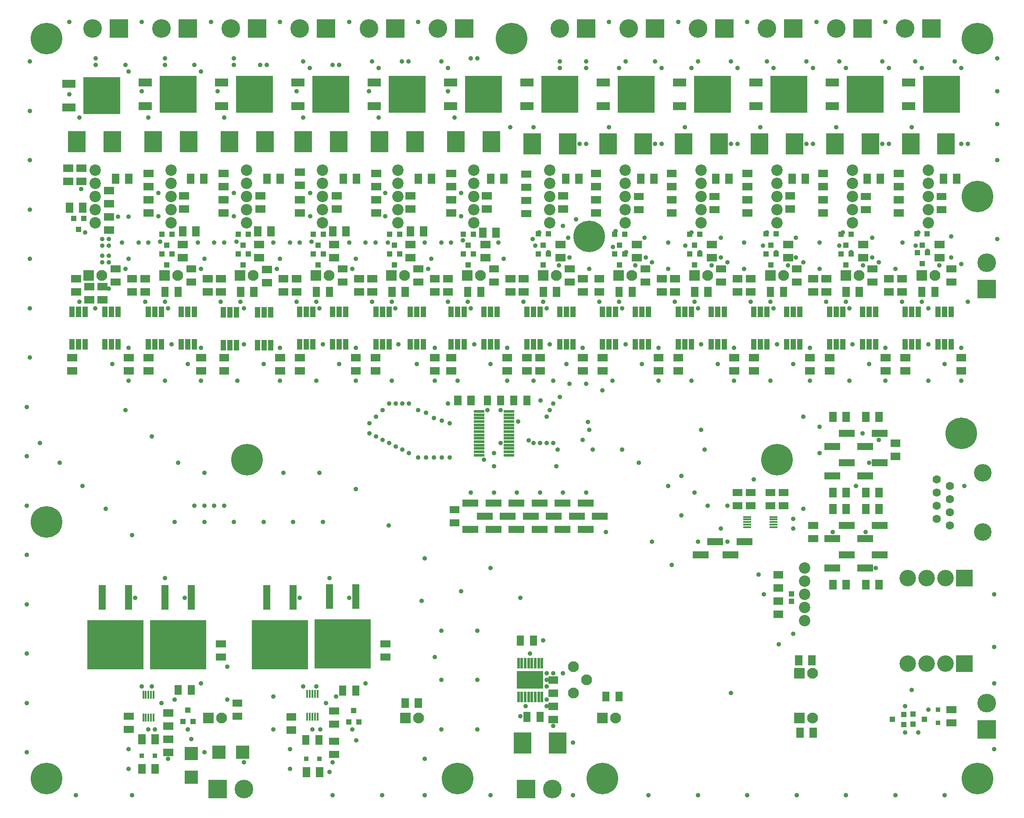
<source format=gts>
G04 #@! TF.GenerationSoftware,KiCad,Pcbnew,(5.1.6)-1*
G04 #@! TF.CreationDate,2023-07-15T17:20:03+02:00*
G04 #@! TF.ProjectId,zone-controller,7a6f6e65-2d63-46f6-9e74-726f6c6c6572,rev?*
G04 #@! TF.SameCoordinates,Original*
G04 #@! TF.FileFunction,Soldermask,Top*
G04 #@! TF.FilePolarity,Negative*
%FSLAX46Y46*%
G04 Gerber Fmt 4.6, Leading zero omitted, Abs format (unit mm)*
G04 Created by KiCad (PCBNEW (5.1.6)-1) date 2023-07-15 17:20:03*
%MOMM*%
%LPD*%
G01*
G04 APERTURE LIST*
%ADD10C,0.900000*%
%ADD11R,1.100000X1.100000*%
%ADD12C,0.100000*%
%ADD13C,6.100000*%
%ADD14R,1.600000X0.450000*%
%ADD15R,3.100000X1.350000*%
%ADD16C,2.200000*%
%ADD17R,2.600000X2.600000*%
%ADD18R,2.100000X2.100000*%
%ADD19C,2.100000*%
%ADD20R,10.900000X9.500000*%
%ADD21R,1.350000X4.700000*%
%ADD22R,2.600000X1.600000*%
%ADD23R,7.100000X7.100000*%
%ADD24R,3.600000X3.600000*%
%ADD25C,3.600000*%
%ADD26R,1.000000X2.100000*%
%ADD27R,0.450000X1.600000*%
%ADD28R,2.100000X0.600000*%
%ADD29R,0.600000X2.100000*%
%ADD30R,5.100000X3.500000*%
%ADD31O,3.200000X3.200000*%
%ADD32R,3.200000X3.200000*%
%ADD33C,1.600000*%
%ADD34C,3.400000*%
%ADD35R,0.900000X0.900000*%
%ADD36R,3.400000X4.100000*%
%ADD37R,1.000000X1.000000*%
G04 APERTURE END LIST*
D10*
X42418000Y-34290000D03*
X202692000Y-36830000D03*
X41656000Y-25908000D03*
X209550000Y-35052000D03*
X204978000Y-37846000D03*
X209550000Y-39116000D03*
X211455000Y-40386000D03*
X207264000Y-40640000D03*
X194310000Y-35306000D03*
X190246000Y-38100000D03*
X192532000Y-40640000D03*
X194310000Y-39116000D03*
X187960000Y-36830000D03*
X179578000Y-35306000D03*
X179578000Y-39116000D03*
X175768000Y-38100000D03*
X173228000Y-36830000D03*
X178054000Y-40640000D03*
X133858000Y-40640000D03*
X134620000Y-33020000D03*
X128778000Y-35560000D03*
X131826000Y-38100000D03*
X135636000Y-35306000D03*
X135890000Y-39116000D03*
X146812000Y-38100000D03*
X150622000Y-39116000D03*
X150368000Y-35306000D03*
X144272000Y-37084000D03*
X158242000Y-36830000D03*
X165100000Y-35306000D03*
X165100000Y-39116000D03*
X161036000Y-38100000D03*
X163322000Y-40640000D03*
X148590000Y-40640000D03*
X130048000Y-34290000D03*
X137160000Y-31750000D03*
D11*
X130810000Y-40570000D03*
X129860000Y-38370000D03*
X131760000Y-38370000D03*
D10*
X122174000Y-36195000D03*
X115316000Y-35814000D03*
X119634000Y-39116000D03*
X105156000Y-39116000D03*
X100838000Y-36195000D03*
X86106000Y-36068000D03*
X90424000Y-39116000D03*
X71628000Y-36068000D03*
X75946000Y-39116000D03*
D12*
G36*
X76896000Y-37276000D02*
G01*
X74996000Y-37276000D01*
X74996000Y-35876000D01*
X76896000Y-35876000D01*
X76896000Y-37276000D01*
G37*
G36*
X76896000Y-39816000D02*
G01*
X74996000Y-39816000D01*
X74996000Y-38416000D01*
X76896000Y-38416000D01*
X76896000Y-39816000D01*
G37*
D10*
X56896000Y-36068000D03*
X61214000Y-39116000D03*
X48768000Y-31242000D03*
X50800000Y-31242000D03*
D12*
G36*
X135062000Y-37276000D02*
G01*
X133162000Y-37276000D01*
X133162000Y-35876000D01*
X135062000Y-35876000D01*
X135062000Y-37276000D01*
G37*
G36*
X135062000Y-39816000D02*
G01*
X133162000Y-39816000D01*
X133162000Y-38416000D01*
X135062000Y-38416000D01*
X135062000Y-39816000D01*
G37*
G36*
X208214000Y-37276000D02*
G01*
X206314000Y-37276000D01*
X206314000Y-35876000D01*
X208214000Y-35876000D01*
X208214000Y-37276000D01*
G37*
G36*
X208214000Y-39816000D02*
G01*
X206314000Y-39816000D01*
X206314000Y-38416000D01*
X208214000Y-38416000D01*
X208214000Y-39816000D01*
G37*
G36*
X149794000Y-37276000D02*
G01*
X147894000Y-37276000D01*
X147894000Y-35876000D01*
X149794000Y-35876000D01*
X149794000Y-37276000D01*
G37*
G36*
X149794000Y-39816000D02*
G01*
X147894000Y-39816000D01*
X147894000Y-38416000D01*
X149794000Y-38416000D01*
X149794000Y-39816000D01*
G37*
G36*
X164272000Y-37276000D02*
G01*
X162372000Y-37276000D01*
X162372000Y-35876000D01*
X164272000Y-35876000D01*
X164272000Y-37276000D01*
G37*
G36*
X164272000Y-39816000D02*
G01*
X162372000Y-39816000D01*
X162372000Y-38416000D01*
X164272000Y-38416000D01*
X164272000Y-39816000D01*
G37*
G36*
X193482000Y-37276000D02*
G01*
X191582000Y-37276000D01*
X191582000Y-35876000D01*
X193482000Y-35876000D01*
X193482000Y-37276000D01*
G37*
G36*
X193482000Y-39816000D02*
G01*
X191582000Y-39816000D01*
X191582000Y-38416000D01*
X193482000Y-38416000D01*
X193482000Y-39816000D01*
G37*
G36*
X179004000Y-37276000D02*
G01*
X177104000Y-37276000D01*
X177104000Y-35876000D01*
X179004000Y-35876000D01*
X179004000Y-37276000D01*
G37*
G36*
X179004000Y-39816000D02*
G01*
X177104000Y-39816000D01*
X177104000Y-38416000D01*
X179004000Y-38416000D01*
X179004000Y-39816000D01*
G37*
G36*
X208726000Y-22926000D02*
G01*
X208726000Y-24826000D01*
X207326000Y-24826000D01*
X207326000Y-22926000D01*
X208726000Y-22926000D01*
G37*
G36*
X211266000Y-22926000D02*
G01*
X211266000Y-24826000D01*
X209866000Y-24826000D01*
X209866000Y-22926000D01*
X211266000Y-22926000D01*
G37*
G36*
X150306000Y-22926000D02*
G01*
X150306000Y-24826000D01*
X148906000Y-24826000D01*
X148906000Y-22926000D01*
X150306000Y-22926000D01*
G37*
G36*
X152846000Y-22926000D02*
G01*
X152846000Y-24826000D01*
X151446000Y-24826000D01*
X151446000Y-22926000D01*
X152846000Y-22926000D01*
G37*
G36*
X135828000Y-22926000D02*
G01*
X135828000Y-24826000D01*
X134428000Y-24826000D01*
X134428000Y-22926000D01*
X135828000Y-22926000D01*
G37*
G36*
X138368000Y-22926000D02*
G01*
X138368000Y-24826000D01*
X136968000Y-24826000D01*
X136968000Y-22926000D01*
X138368000Y-22926000D01*
G37*
G36*
X164784000Y-22926000D02*
G01*
X164784000Y-24826000D01*
X163384000Y-24826000D01*
X163384000Y-22926000D01*
X164784000Y-22926000D01*
G37*
G36*
X167324000Y-22926000D02*
G01*
X167324000Y-24826000D01*
X165924000Y-24826000D01*
X165924000Y-22926000D01*
X167324000Y-22926000D01*
G37*
G36*
X193994000Y-22926000D02*
G01*
X193994000Y-24826000D01*
X192594000Y-24826000D01*
X192594000Y-22926000D01*
X193994000Y-22926000D01*
G37*
G36*
X196534000Y-22926000D02*
G01*
X196534000Y-24826000D01*
X195134000Y-24826000D01*
X195134000Y-22926000D01*
X196534000Y-22926000D01*
G37*
G36*
X179516000Y-22926000D02*
G01*
X179516000Y-24826000D01*
X178116000Y-24826000D01*
X178116000Y-22926000D01*
X179516000Y-22926000D01*
G37*
G36*
X182056000Y-22926000D02*
G01*
X182056000Y-24826000D01*
X180656000Y-24826000D01*
X180656000Y-22926000D01*
X182056000Y-22926000D01*
G37*
G36*
X120584000Y-37276000D02*
G01*
X118684000Y-37276000D01*
X118684000Y-35876000D01*
X120584000Y-35876000D01*
X120584000Y-37276000D01*
G37*
G36*
X120584000Y-39816000D02*
G01*
X118684000Y-39816000D01*
X118684000Y-38416000D01*
X120584000Y-38416000D01*
X120584000Y-39816000D01*
G37*
G36*
X106106000Y-37276000D02*
G01*
X104206000Y-37276000D01*
X104206000Y-35876000D01*
X106106000Y-35876000D01*
X106106000Y-37276000D01*
G37*
G36*
X106106000Y-39816000D02*
G01*
X104206000Y-39816000D01*
X104206000Y-38416000D01*
X106106000Y-38416000D01*
X106106000Y-39816000D01*
G37*
G36*
X62164000Y-37276000D02*
G01*
X60264000Y-37276000D01*
X60264000Y-35876000D01*
X62164000Y-35876000D01*
X62164000Y-37276000D01*
G37*
G36*
X62164000Y-39816000D02*
G01*
X60264000Y-39816000D01*
X60264000Y-38416000D01*
X62164000Y-38416000D01*
X62164000Y-39816000D01*
G37*
G36*
X91374000Y-37276000D02*
G01*
X89474000Y-37276000D01*
X89474000Y-35876000D01*
X91374000Y-35876000D01*
X91374000Y-37276000D01*
G37*
G36*
X91374000Y-39816000D02*
G01*
X89474000Y-39816000D01*
X89474000Y-38416000D01*
X91374000Y-38416000D01*
X91374000Y-39816000D01*
G37*
G36*
X46040000Y-33082000D02*
G01*
X47940000Y-33082000D01*
X47940000Y-34482000D01*
X46040000Y-34482000D01*
X46040000Y-33082000D01*
G37*
G36*
X46040000Y-30542000D02*
G01*
X47940000Y-30542000D01*
X47940000Y-31942000D01*
X46040000Y-31942000D01*
X46040000Y-30542000D01*
G37*
G36*
X107380000Y-22926000D02*
G01*
X107380000Y-24826000D01*
X105980000Y-24826000D01*
X105980000Y-22926000D01*
X107380000Y-22926000D01*
G37*
G36*
X109920000Y-22926000D02*
G01*
X109920000Y-24826000D01*
X108520000Y-24826000D01*
X108520000Y-22926000D01*
X109920000Y-22926000D01*
G37*
G36*
X121350000Y-22926000D02*
G01*
X121350000Y-24826000D01*
X119950000Y-24826000D01*
X119950000Y-22926000D01*
X121350000Y-22926000D01*
G37*
G36*
X123890000Y-22926000D02*
G01*
X123890000Y-24826000D01*
X122490000Y-24826000D01*
X122490000Y-22926000D01*
X123890000Y-22926000D01*
G37*
G36*
X120966000Y-35240000D02*
G01*
X120966000Y-33340000D01*
X122366000Y-33340000D01*
X122366000Y-35240000D01*
X120966000Y-35240000D01*
G37*
G36*
X118426000Y-35240000D02*
G01*
X118426000Y-33340000D01*
X119826000Y-33340000D01*
X119826000Y-35240000D01*
X118426000Y-35240000D01*
G37*
G36*
X106996000Y-34986000D02*
G01*
X106996000Y-33086000D01*
X108396000Y-33086000D01*
X108396000Y-34986000D01*
X106996000Y-34986000D01*
G37*
G36*
X104456000Y-34986000D02*
G01*
X104456000Y-33086000D01*
X105856000Y-33086000D01*
X105856000Y-34986000D01*
X104456000Y-34986000D01*
G37*
G36*
X63438000Y-22926000D02*
G01*
X63438000Y-24826000D01*
X62038000Y-24826000D01*
X62038000Y-22926000D01*
X63438000Y-22926000D01*
G37*
G36*
X65978000Y-22926000D02*
G01*
X65978000Y-24826000D01*
X64578000Y-24826000D01*
X64578000Y-22926000D01*
X65978000Y-22926000D01*
G37*
G36*
X92902000Y-22926000D02*
G01*
X92902000Y-24826000D01*
X91502000Y-24826000D01*
X91502000Y-22926000D01*
X92902000Y-22926000D01*
G37*
G36*
X95442000Y-22926000D02*
G01*
X95442000Y-24826000D01*
X94042000Y-24826000D01*
X94042000Y-22926000D01*
X95442000Y-22926000D01*
G37*
G36*
X78170000Y-22926000D02*
G01*
X78170000Y-24826000D01*
X76770000Y-24826000D01*
X76770000Y-22926000D01*
X78170000Y-22926000D01*
G37*
G36*
X80710000Y-22926000D02*
G01*
X80710000Y-24826000D01*
X79310000Y-24826000D01*
X79310000Y-22926000D01*
X80710000Y-22926000D01*
G37*
G36*
X63054000Y-34986000D02*
G01*
X63054000Y-33086000D01*
X64454000Y-33086000D01*
X64454000Y-34986000D01*
X63054000Y-34986000D01*
G37*
G36*
X60514000Y-34986000D02*
G01*
X60514000Y-33086000D01*
X61914000Y-33086000D01*
X61914000Y-34986000D01*
X60514000Y-34986000D01*
G37*
G36*
X92010000Y-34986000D02*
G01*
X92010000Y-33086000D01*
X93410000Y-33086000D01*
X93410000Y-34986000D01*
X92010000Y-34986000D01*
G37*
G36*
X89470000Y-34986000D02*
G01*
X89470000Y-33086000D01*
X90870000Y-33086000D01*
X90870000Y-34986000D01*
X89470000Y-34986000D01*
G37*
G36*
X77532000Y-34986000D02*
G01*
X77532000Y-33086000D01*
X78932000Y-33086000D01*
X78932000Y-34986000D01*
X77532000Y-34986000D01*
G37*
G36*
X74992000Y-34986000D02*
G01*
X74992000Y-33086000D01*
X76392000Y-33086000D01*
X76392000Y-34986000D01*
X74992000Y-34986000D01*
G37*
G36*
X48960000Y-22926000D02*
G01*
X48960000Y-24826000D01*
X47560000Y-24826000D01*
X47560000Y-22926000D01*
X48960000Y-22926000D01*
G37*
G36*
X51500000Y-22926000D02*
G01*
X51500000Y-24826000D01*
X50100000Y-24826000D01*
X50100000Y-22926000D01*
X51500000Y-22926000D01*
G37*
G36*
X40070000Y-28514000D02*
G01*
X40070000Y-30414000D01*
X38670000Y-30414000D01*
X38670000Y-28514000D01*
X40070000Y-28514000D01*
G37*
G36*
X42610000Y-28514000D02*
G01*
X42610000Y-30414000D01*
X41210000Y-30414000D01*
X41210000Y-28514000D01*
X42610000Y-28514000D01*
G37*
D11*
X203962000Y-40316000D03*
X203012000Y-38116000D03*
X204912000Y-38116000D03*
X145542000Y-40570000D03*
X144592000Y-38370000D03*
X146492000Y-38370000D03*
X160020000Y-40570000D03*
X159070000Y-38370000D03*
X160970000Y-38370000D03*
X189230000Y-40570000D03*
X188280000Y-38370000D03*
X190180000Y-38370000D03*
X174752000Y-40570000D03*
X173802000Y-38370000D03*
X175702000Y-38370000D03*
X130810000Y-36744000D03*
X129860000Y-34544000D03*
X131760000Y-34544000D03*
X203896000Y-36744000D03*
X202946000Y-34544000D03*
X204846000Y-34544000D03*
X145542000Y-36760000D03*
X144592000Y-34560000D03*
X146492000Y-34560000D03*
X160020000Y-36760000D03*
X159070000Y-34560000D03*
X160970000Y-34560000D03*
X189230000Y-36760000D03*
X188280000Y-34560000D03*
X190180000Y-34560000D03*
X174752000Y-36744000D03*
X173802000Y-34544000D03*
X175702000Y-34544000D03*
X116332000Y-40570000D03*
X115382000Y-38370000D03*
X117282000Y-38370000D03*
X102108000Y-40570000D03*
X101158000Y-38370000D03*
X103058000Y-38370000D03*
X58166000Y-40570000D03*
X57216000Y-38370000D03*
X59116000Y-38370000D03*
X87376000Y-40570000D03*
X86426000Y-38370000D03*
X88326000Y-38370000D03*
X72898000Y-40570000D03*
X71948000Y-38370000D03*
X73848000Y-38370000D03*
X116332000Y-36760000D03*
X115382000Y-34560000D03*
X117282000Y-34560000D03*
X102108000Y-36760000D03*
X101158000Y-34560000D03*
X103058000Y-34560000D03*
X58166000Y-36760000D03*
X57216000Y-34560000D03*
X59116000Y-34560000D03*
X87376000Y-36760000D03*
X86426000Y-34560000D03*
X88326000Y-34560000D03*
X72898000Y-36760000D03*
X71948000Y-34560000D03*
X73848000Y-34560000D03*
X41148000Y-33712000D03*
X40198000Y-31512000D03*
X42098000Y-31512000D03*
D10*
X89535000Y-100965000D03*
X57785000Y-100965000D03*
X107950000Y-135890000D03*
X33655000Y-74930000D03*
X37465000Y-78740000D03*
X46355000Y-87630000D03*
X41910000Y-83185000D03*
X51435000Y-92710000D03*
X59690000Y-90170000D03*
X65405000Y-90170000D03*
X71120000Y-90170000D03*
D13*
X34925000Y-90170000D03*
D14*
X175260000Y-89170000D03*
X175260000Y-89670000D03*
X175260000Y-90170000D03*
X175260000Y-90670000D03*
X175260000Y-91170000D03*
X170180000Y-91170000D03*
X170180000Y-90670000D03*
X170180000Y-90170000D03*
X170180000Y-89170000D03*
X170180000Y-89670000D03*
D13*
X214630000Y-27305000D03*
X114300000Y-139700000D03*
X211455000Y-73025000D03*
D10*
X184150000Y-71755000D03*
X184150000Y-76835000D03*
X160020000Y-84455000D03*
X171450000Y-81915000D03*
X173355000Y-104140000D03*
X180975000Y-69850000D03*
X180975000Y-87630000D03*
X191135000Y-83185000D03*
X194945000Y-99060000D03*
X193040000Y-92075000D03*
X193675000Y-78740000D03*
X195580000Y-74295000D03*
X192405000Y-73025000D03*
X186690000Y-92075000D03*
X179070000Y-91440000D03*
X179070000Y-89535000D03*
X155575000Y-98425000D03*
X157480000Y-88900000D03*
X157480000Y-81280000D03*
D15*
X192935000Y-99060000D03*
X195685000Y-96520000D03*
D12*
G36*
X194880000Y-85405000D02*
G01*
X194880000Y-83505000D01*
X196280000Y-83505000D01*
X196280000Y-85405000D01*
X194880000Y-85405000D01*
G37*
G36*
X192340000Y-85405000D02*
G01*
X192340000Y-83505000D01*
X193740000Y-83505000D01*
X193740000Y-85405000D01*
X192340000Y-85405000D01*
G37*
G36*
X188530000Y-85405000D02*
G01*
X188530000Y-83505000D01*
X189930000Y-83505000D01*
X189930000Y-85405000D01*
X188530000Y-85405000D01*
G37*
G36*
X185990000Y-85405000D02*
G01*
X185990000Y-83505000D01*
X187390000Y-83505000D01*
X187390000Y-85405000D01*
X185990000Y-85405000D01*
G37*
G36*
X197805000Y-76770000D02*
G01*
X199705000Y-76770000D01*
X199705000Y-78170000D01*
X197805000Y-78170000D01*
X197805000Y-76770000D01*
G37*
G36*
X197805000Y-74230000D02*
G01*
X199705000Y-74230000D01*
X199705000Y-75630000D01*
X197805000Y-75630000D01*
X197805000Y-74230000D01*
G37*
G36*
X187390000Y-68900000D02*
G01*
X187390000Y-70800000D01*
X185990000Y-70800000D01*
X185990000Y-68900000D01*
X187390000Y-68900000D01*
G37*
G36*
X189930000Y-68900000D02*
G01*
X189930000Y-70800000D01*
X188530000Y-70800000D01*
X188530000Y-68900000D01*
X189930000Y-68900000D01*
G37*
G36*
X193740000Y-68900000D02*
G01*
X193740000Y-70800000D01*
X192340000Y-70800000D01*
X192340000Y-68900000D01*
X193740000Y-68900000D01*
G37*
G36*
X196280000Y-68900000D02*
G01*
X196280000Y-70800000D01*
X194880000Y-70800000D01*
X194880000Y-68900000D01*
X196280000Y-68900000D01*
G37*
G36*
X187390000Y-101285000D02*
G01*
X187390000Y-103185000D01*
X185990000Y-103185000D01*
X185990000Y-101285000D01*
X187390000Y-101285000D01*
G37*
G36*
X189930000Y-101285000D02*
G01*
X189930000Y-103185000D01*
X188530000Y-103185000D01*
X188530000Y-101285000D01*
X189930000Y-101285000D01*
G37*
G36*
X193740000Y-101285000D02*
G01*
X193740000Y-103185000D01*
X192340000Y-103185000D01*
X192340000Y-101285000D01*
X193740000Y-101285000D01*
G37*
G36*
X196280000Y-101285000D02*
G01*
X196280000Y-103185000D01*
X194880000Y-103185000D01*
X194880000Y-101285000D01*
X196280000Y-101285000D01*
G37*
G36*
X181930000Y-92645000D02*
G01*
X183830000Y-92645000D01*
X183830000Y-94045000D01*
X181930000Y-94045000D01*
X181930000Y-92645000D01*
G37*
G36*
X181930000Y-90105000D02*
G01*
X183830000Y-90105000D01*
X183830000Y-91505000D01*
X181930000Y-91505000D01*
X181930000Y-90105000D01*
G37*
G36*
X194880000Y-88580000D02*
G01*
X194880000Y-86680000D01*
X196280000Y-86680000D01*
X196280000Y-88580000D01*
X194880000Y-88580000D01*
G37*
G36*
X192340000Y-88580000D02*
G01*
X192340000Y-86680000D01*
X193740000Y-86680000D01*
X193740000Y-88580000D01*
X192340000Y-88580000D01*
G37*
G36*
X188530000Y-88580000D02*
G01*
X188530000Y-86680000D01*
X189930000Y-86680000D01*
X189930000Y-88580000D01*
X188530000Y-88580000D01*
G37*
G36*
X185990000Y-88580000D02*
G01*
X185990000Y-86680000D01*
X187390000Y-86680000D01*
X187390000Y-88580000D01*
X185990000Y-88580000D01*
G37*
D15*
X189335000Y-78740000D03*
X186585000Y-81280000D03*
X192935000Y-81280000D03*
X195685000Y-78740000D03*
X195685000Y-73025000D03*
X192935000Y-75565000D03*
X186585000Y-75565000D03*
X189335000Y-73025000D03*
X189335000Y-96520000D03*
X186585000Y-99060000D03*
X186585000Y-93345000D03*
X189335000Y-90805000D03*
X195685000Y-90805000D03*
X192935000Y-93345000D03*
D10*
X133604000Y-76200000D03*
X121285000Y-76835000D03*
X121285000Y-79375000D03*
X133350000Y-79375000D03*
X130175000Y-60960000D03*
X130175000Y-58420000D03*
D12*
G36*
X129225000Y-60260000D02*
G01*
X131125000Y-60260000D01*
X131125000Y-61660000D01*
X129225000Y-61660000D01*
X129225000Y-60260000D01*
G37*
G36*
X129225000Y-57720000D02*
G01*
X131125000Y-57720000D01*
X131125000Y-59120000D01*
X129225000Y-59120000D01*
X129225000Y-57720000D01*
G37*
D10*
X112395000Y-67310000D03*
X109855000Y-116205000D03*
X200152000Y-36195000D03*
X184150000Y-36195000D03*
X169545000Y-36195000D03*
X154940000Y-36195000D03*
X39370000Y6350000D03*
X49530000Y-36195000D03*
X64135000Y-36195000D03*
X78740000Y-36195000D03*
X93345000Y-36195000D03*
X93980000Y-41275000D03*
X107950000Y-36195000D03*
X108585000Y-41275000D03*
X129286000Y-36830000D03*
X209550000Y-9525000D03*
X207645000Y-9525000D03*
X205740000Y-9525000D03*
X205740000Y-7620000D03*
X207645000Y-7620000D03*
X209550000Y-7620000D03*
X209550000Y-5715000D03*
X207645000Y-5715000D03*
X205740000Y-5715000D03*
X191135000Y-9525000D03*
X193040000Y-9525000D03*
X194945000Y-9525000D03*
X194945000Y-7620000D03*
X193040000Y-7620000D03*
X191135000Y-7620000D03*
X194945000Y-5715000D03*
X193040000Y-5715000D03*
X191135000Y-5715000D03*
X180340000Y-9525000D03*
X178435000Y-9525000D03*
X176530000Y-9525000D03*
X176530000Y-7620000D03*
X178435000Y-7620000D03*
X180340000Y-7620000D03*
X180340000Y-5715000D03*
X178435000Y-5715000D03*
X176530000Y-5715000D03*
X165735000Y-9525000D03*
X163830000Y-9525000D03*
X161925000Y-9525000D03*
X161925000Y-7620000D03*
X163830000Y-7620000D03*
X165735000Y-7620000D03*
X165735000Y-5715000D03*
X163830000Y-5715000D03*
X161925000Y-5715000D03*
X146685000Y-9525000D03*
X148590000Y-9525000D03*
X150495000Y-9525000D03*
X150495000Y-7620000D03*
X148590000Y-7620000D03*
X146685000Y-7620000D03*
X150495000Y-5715000D03*
X148590000Y-5715000D03*
X146685000Y-5715000D03*
X135890000Y-9525000D03*
X133985000Y-9525000D03*
X132080000Y-9525000D03*
X132080000Y-7620000D03*
X133985000Y-7620000D03*
X135890000Y-7620000D03*
X135890000Y-5715000D03*
X133985000Y-5715000D03*
X132080000Y-5715000D03*
X121285000Y-9525000D03*
X119380000Y-9525000D03*
X117475000Y-9525000D03*
X117475000Y-7620000D03*
X119380000Y-7620000D03*
X121285000Y-7620000D03*
X121285000Y-5715000D03*
X119380000Y-5715000D03*
X117475000Y-5715000D03*
X106680000Y-9525000D03*
X104775000Y-9525000D03*
X102870000Y-9525000D03*
X106680000Y-7620000D03*
X104775000Y-7620000D03*
X102870000Y-7620000D03*
X106680000Y-5715000D03*
X104775000Y-5715000D03*
X102870000Y-5715000D03*
X91440000Y-9525000D03*
X89535000Y-9525000D03*
X87630000Y-9525000D03*
X87630000Y-7620000D03*
X89535000Y-7620000D03*
X91440000Y-7620000D03*
X91440000Y-5715000D03*
X89535000Y-5715000D03*
X87630000Y-5715000D03*
X73025000Y-9525000D03*
X74930000Y-9525000D03*
X76835000Y-9525000D03*
X76835000Y-7620000D03*
X74930000Y-7620000D03*
X72957000Y-7620000D03*
X76835000Y-5715000D03*
X74930000Y-5715000D03*
X73025000Y-5715000D03*
X58420000Y-9525000D03*
X58420000Y-7620000D03*
X60325000Y-7620000D03*
X60325000Y-9525000D03*
X62230000Y-9525000D03*
X62230000Y-7620000D03*
X62230000Y-5715000D03*
X60325000Y-5715000D03*
X58420000Y-5715000D03*
X45720000Y-9525000D03*
X45720000Y-5715000D03*
X45720000Y-7620000D03*
X47625000Y-7620000D03*
X47625000Y-9525000D03*
X43815000Y-9525000D03*
X43815000Y-7620000D03*
X47625000Y-5715000D03*
X43815000Y-5715000D03*
X44450000Y-116840000D03*
X48260000Y-116840000D03*
X52070000Y-116840000D03*
X52070000Y-113665000D03*
X48260000Y-113665000D03*
X44450000Y-113665000D03*
X44450000Y-110490000D03*
X48260000Y-110490000D03*
X52070000Y-110490000D03*
X60325000Y-113665000D03*
X56515000Y-113665000D03*
X56515000Y-116840000D03*
X60325000Y-116840000D03*
X64135000Y-116840000D03*
X64135000Y-113665000D03*
X64135000Y-110490000D03*
X60325000Y-110490000D03*
X56515000Y-110490000D03*
X88265000Y-90170000D03*
X82550000Y-90170000D03*
X76835000Y-90170000D03*
X78740000Y-123825000D03*
X78740000Y-130175000D03*
X83820000Y-116840000D03*
X83820000Y-113665000D03*
X80010000Y-113665000D03*
X80010000Y-116840000D03*
X76200000Y-116840000D03*
X76200000Y-113665000D03*
X76200000Y-110490000D03*
X80010000Y-110490000D03*
X83820000Y-110490000D03*
X92075000Y-110490000D03*
X95885000Y-113665000D03*
X88900000Y-113665000D03*
X92075000Y-113665000D03*
X92075000Y-116840000D03*
X95885000Y-116840000D03*
X95885000Y-110490000D03*
X88900000Y-110490000D03*
X88900000Y-116840000D03*
X107315000Y-105410000D03*
X111125000Y-111125000D03*
X111125000Y-120650000D03*
X111125000Y-130175000D03*
X107950000Y-142875000D03*
X99695000Y-142875000D03*
X90170000Y-142875000D03*
X217805000Y-104140000D03*
X217805000Y-114300000D03*
X217805000Y-121285000D03*
X217805000Y-133985000D03*
X55245000Y-73660000D03*
X60325000Y-78740000D03*
X65405000Y-80645000D03*
X80645000Y-80645000D03*
X87630000Y-80645000D03*
X94615000Y-83820000D03*
X100965000Y-90805000D03*
X107950000Y-97155000D03*
X114935000Y-103505000D03*
X50165000Y-68580000D03*
X118110000Y-111125000D03*
X118110000Y-120650000D03*
X118110000Y-130175000D03*
X136525000Y-142875000D03*
X120650000Y-142875000D03*
X151130000Y-142875000D03*
X160655000Y-142875000D03*
X170180000Y-142875000D03*
X179705000Y-142875000D03*
X189230000Y-142875000D03*
X198755000Y-142875000D03*
X208280000Y-142875000D03*
X51435000Y-142875000D03*
X40640000Y-142875000D03*
X31115000Y-134620000D03*
X31115000Y-125095000D03*
X31115000Y-115570000D03*
X31115000Y-106045000D03*
X31115000Y-96520000D03*
X31115000Y-86995000D03*
X31115000Y-77470000D03*
X31115000Y-67945000D03*
X31750000Y-58420000D03*
X218440000Y-35560000D03*
X218440000Y-13335000D03*
X218440000Y-20320000D03*
X218440000Y-6985000D03*
X218440000Y-635000D03*
X196850000Y6350000D03*
X183515000Y6350000D03*
X170180000Y6350000D03*
X156845000Y6350000D03*
X143510000Y6350000D03*
X31750000Y-1270000D03*
X31750000Y-10795000D03*
X106680000Y6350000D03*
X93345000Y6350000D03*
X80010000Y6350000D03*
X66675000Y6350000D03*
X53340000Y6350000D03*
X31750000Y-48895000D03*
X31750000Y-39370000D03*
X31750000Y-29845000D03*
X31750000Y-20320000D03*
X166370000Y-86995000D03*
X120650000Y-99060000D03*
X126365000Y-104775000D03*
X179070000Y-111760000D03*
X137795000Y-17145000D03*
X211455000Y-17145000D03*
X203200000Y-34290000D03*
X188595000Y-34290000D03*
X173990000Y-34290000D03*
X197485000Y-17145000D03*
X182880000Y-17145000D03*
X168275000Y-17145000D03*
X144780000Y-34036000D03*
X159385000Y-34290000D03*
X153670000Y-17145000D03*
X139065000Y-17145000D03*
X196215000Y-17145000D03*
X158115000Y-13970000D03*
X167005000Y-17145000D03*
X151765000Y-40005000D03*
X139700000Y-41275000D03*
X123190000Y-39370000D03*
D16*
X44323000Y-22225000D03*
X44323000Y-32385000D03*
X44323000Y-27305000D03*
X44323000Y-29845000D03*
X44323000Y-24765000D03*
X58939540Y-22225000D03*
X58939540Y-32385000D03*
X58939540Y-27305000D03*
X58939540Y-29845000D03*
X58939540Y-24765000D03*
D13*
X142240000Y-139700000D03*
D10*
X197485000Y-2540000D03*
X196215000Y-1270000D03*
X189230000Y-2540000D03*
X187960000Y-1270000D03*
X203835000Y-2540000D03*
X202565000Y-1270000D03*
X211455000Y-2540000D03*
X210185000Y-1270000D03*
X175260000Y-2540000D03*
X173990000Y-1270000D03*
X182880000Y-2540000D03*
X181610000Y-1270000D03*
X159385000Y-2540000D03*
X160655000Y-1270000D03*
X168275000Y-2540000D03*
X167005000Y-1270000D03*
X145415000Y-2540000D03*
X146685000Y-1270000D03*
X153670000Y-2540000D03*
X152400000Y-1270000D03*
X139065000Y-2540000D03*
X139065000Y-1270000D03*
X133985000Y-2540000D03*
X133985000Y-1270000D03*
X112395000Y-2540000D03*
X111125000Y-1270000D03*
X118110000Y-635000D03*
X116840000Y-635000D03*
X104775000Y-1270000D03*
X103505000Y-1270000D03*
X99060000Y-2540000D03*
X97790000Y-1270000D03*
X91440000Y-1905000D03*
X90170000Y-1905000D03*
X85725000Y-2540000D03*
X84455000Y-1270000D03*
X77470000Y-1905000D03*
X76200000Y-1905000D03*
X71120000Y-1905000D03*
X71120000Y-635000D03*
X57785000Y-1905000D03*
X57785000Y-635000D03*
X64770000Y-3175000D03*
X63500000Y-1905000D03*
X50800000Y-3175000D03*
X50165000Y-1905000D03*
X44450000Y-1905000D03*
X44450000Y-635000D03*
D13*
X124714000Y3175000D03*
X139700000Y-35052000D03*
X175895000Y-78105000D03*
X73660000Y-78105000D03*
X34925000Y-139700000D03*
X214630000Y-139700000D03*
X214630000Y3175000D03*
X34925000Y3175000D03*
D16*
X146638818Y-22225000D03*
X146638818Y-32385000D03*
X146638818Y-27305000D03*
X146638818Y-29845000D03*
X146638818Y-24765000D03*
X117405727Y-22225000D03*
X117405727Y-32385000D03*
X117405727Y-27305000D03*
X117405727Y-29845000D03*
X117405727Y-24765000D03*
X132022273Y-22225000D03*
X132022273Y-32385000D03*
X132022273Y-27305000D03*
X132022273Y-29845000D03*
X132022273Y-24765000D03*
X205105000Y-22225000D03*
X205105000Y-32385000D03*
X205105000Y-27305000D03*
X205105000Y-29845000D03*
X205105000Y-24765000D03*
X190488455Y-22225000D03*
X190488455Y-32385000D03*
X190488455Y-27305000D03*
X190488455Y-29845000D03*
X190488455Y-24765000D03*
X175871909Y-22225000D03*
X175871909Y-32385000D03*
X175871909Y-27305000D03*
X175871909Y-29845000D03*
X175871909Y-24765000D03*
X161255364Y-22225000D03*
X161255364Y-32385000D03*
X161255364Y-27305000D03*
X161255364Y-29845000D03*
X161255364Y-24765000D03*
X102789182Y-22225000D03*
X102789182Y-32385000D03*
X102789182Y-27305000D03*
X102789182Y-29845000D03*
X102789182Y-24765000D03*
X88172636Y-22225000D03*
X88172636Y-32385000D03*
X88172636Y-27305000D03*
X88172636Y-29845000D03*
X88172636Y-24765000D03*
X73556091Y-22225000D03*
X73556091Y-32385000D03*
X73556091Y-27305000D03*
X73556091Y-29845000D03*
X73556091Y-24765000D03*
X181229000Y-99060000D03*
X181229000Y-109220000D03*
X181229000Y-104140000D03*
X181229000Y-106680000D03*
X181229000Y-101600000D03*
D15*
X138960000Y-86487000D03*
X138960000Y-91567000D03*
X141710000Y-89027000D03*
X134515000Y-86487000D03*
X134515000Y-91567000D03*
X137265000Y-89027000D03*
X130070000Y-86487000D03*
X130070000Y-91567000D03*
X132820000Y-89027000D03*
X125625000Y-86487000D03*
X125625000Y-91567000D03*
X128375000Y-89027000D03*
X121180000Y-86487000D03*
X121180000Y-91567000D03*
X123930000Y-89027000D03*
X116735000Y-86487000D03*
X116735000Y-91567000D03*
X119485000Y-89027000D03*
X166900000Y-96520000D03*
X169650000Y-93980000D03*
X161185000Y-96520000D03*
X163935000Y-93980000D03*
D17*
X68185000Y-134620000D03*
X72785000Y-134620000D03*
X62865000Y-139460000D03*
X62865000Y-134860000D03*
D18*
X43053000Y-42545000D03*
D19*
X45593000Y-42545000D03*
D10*
X83820000Y-104775000D03*
X52070000Y-104775000D03*
D20*
X92075000Y-113665000D03*
D21*
X89535000Y-104515000D03*
X94615000Y-104515000D03*
D20*
X80010000Y-113865000D03*
D21*
X77470000Y-104715000D03*
X82550000Y-104715000D03*
D20*
X60325000Y-113865000D03*
D21*
X57785000Y-104715000D03*
X62865000Y-104715000D03*
D20*
X48260000Y-113865000D03*
D21*
X45720000Y-104715000D03*
X50800000Y-104715000D03*
D22*
X39293000Y-5594000D03*
X39293000Y-10154000D03*
D23*
X45593000Y-7874000D03*
D24*
X205740000Y5080000D03*
D25*
X200660000Y5080000D03*
D24*
X192405000Y5080000D03*
D25*
X187325000Y5080000D03*
D24*
X179070000Y5080000D03*
D25*
X173990000Y5080000D03*
D24*
X165735000Y5080000D03*
D25*
X160655000Y5080000D03*
D24*
X152400000Y5080000D03*
D25*
X147320000Y5080000D03*
D24*
X139065000Y5080000D03*
D25*
X133985000Y5080000D03*
D24*
X115570000Y5080000D03*
D25*
X110490000Y5080000D03*
D24*
X102235000Y5080000D03*
D25*
X97155000Y5080000D03*
D24*
X88900000Y5080000D03*
D25*
X83820000Y5080000D03*
D24*
X75565000Y5080000D03*
D25*
X70485000Y5080000D03*
D24*
X62230000Y5080000D03*
D25*
X57150000Y5080000D03*
D24*
X216408000Y-45212000D03*
D25*
X216408000Y-40132000D03*
D24*
X216408000Y-130175000D03*
D25*
X216408000Y-125095000D03*
D24*
X48895000Y5080000D03*
D25*
X43815000Y5080000D03*
D24*
X127508000Y-141732000D03*
D25*
X132588000Y-141732000D03*
D24*
X67945000Y-141732000D03*
D25*
X73025000Y-141732000D03*
D26*
X207010000Y-49555000D03*
X208280000Y-55855000D03*
X209550000Y-49555000D03*
X208280000Y-49555000D03*
X209550000Y-55855000D03*
X207010000Y-55855000D03*
X203200000Y-55855000D03*
X201930000Y-49555000D03*
X200660000Y-55855000D03*
X201930000Y-55855000D03*
X200660000Y-49555000D03*
X203200000Y-49555000D03*
X192405000Y-49555000D03*
X193675000Y-55855000D03*
X194945000Y-49555000D03*
X193675000Y-49555000D03*
X194945000Y-55855000D03*
X192405000Y-55855000D03*
X188595000Y-55855000D03*
X187325000Y-49555000D03*
X186055000Y-55855000D03*
X187325000Y-55855000D03*
X186055000Y-49555000D03*
X188595000Y-49555000D03*
X177800000Y-49555000D03*
X179070000Y-55855000D03*
X180340000Y-49555000D03*
X179070000Y-49555000D03*
X180340000Y-55855000D03*
X177800000Y-55855000D03*
X173990000Y-55855000D03*
X172720000Y-49555000D03*
X171450000Y-55855000D03*
X172720000Y-55855000D03*
X171450000Y-49555000D03*
X173990000Y-49555000D03*
X163195000Y-49555000D03*
X164465000Y-55855000D03*
X165735000Y-49555000D03*
X164465000Y-49555000D03*
X165735000Y-55855000D03*
X163195000Y-55855000D03*
X159385000Y-55855000D03*
X158115000Y-49555000D03*
X156845000Y-55855000D03*
X158115000Y-55855000D03*
X156845000Y-49555000D03*
X159385000Y-49555000D03*
X148590000Y-49555000D03*
X149860000Y-55855000D03*
X151130000Y-49555000D03*
X149860000Y-49555000D03*
X151130000Y-55855000D03*
X148590000Y-55855000D03*
X144780000Y-55855000D03*
X143510000Y-49555000D03*
X142240000Y-55855000D03*
X143510000Y-55855000D03*
X142240000Y-49555000D03*
X144780000Y-49555000D03*
X133985000Y-49555000D03*
X135255000Y-55855000D03*
X136525000Y-49555000D03*
X135255000Y-49555000D03*
X136525000Y-55855000D03*
X133985000Y-55855000D03*
X130175000Y-55855000D03*
X128905000Y-49555000D03*
X127635000Y-55855000D03*
X128905000Y-55855000D03*
X127635000Y-49555000D03*
X130175000Y-49555000D03*
X119380000Y-49555000D03*
X120650000Y-55855000D03*
X121920000Y-49555000D03*
X120650000Y-49555000D03*
X121920000Y-55855000D03*
X119380000Y-55855000D03*
X115570000Y-55855000D03*
X114300000Y-49555000D03*
X113030000Y-55855000D03*
X114300000Y-55855000D03*
X113030000Y-49555000D03*
X115570000Y-49555000D03*
X105156000Y-49555000D03*
X106426000Y-55855000D03*
X107696000Y-49555000D03*
X106426000Y-49555000D03*
X107696000Y-55855000D03*
X105156000Y-55855000D03*
X101092000Y-55855000D03*
X99822000Y-49555000D03*
X98552000Y-55855000D03*
X99822000Y-55855000D03*
X98552000Y-49555000D03*
X101092000Y-49555000D03*
X90170000Y-49555000D03*
X91440000Y-55855000D03*
X92710000Y-49555000D03*
X91440000Y-49555000D03*
X92710000Y-55855000D03*
X90170000Y-55855000D03*
X86360000Y-55855000D03*
X85090000Y-49555000D03*
X83820000Y-55855000D03*
X85090000Y-55855000D03*
X83820000Y-49555000D03*
X86360000Y-49555000D03*
X75692000Y-49682000D03*
X76962000Y-55982000D03*
X78232000Y-49682000D03*
X76962000Y-49682000D03*
X78232000Y-55982000D03*
X75692000Y-55982000D03*
X71628000Y-55982000D03*
X70358000Y-49682000D03*
X69088000Y-55982000D03*
X70358000Y-55982000D03*
X69088000Y-49682000D03*
X71628000Y-49682000D03*
X60960000Y-49555000D03*
X62230000Y-55855000D03*
X63500000Y-49555000D03*
X62230000Y-49555000D03*
X63500000Y-55855000D03*
X60960000Y-55855000D03*
X57150000Y-55855000D03*
X55880000Y-49555000D03*
X54610000Y-55855000D03*
X55880000Y-55855000D03*
X54610000Y-49555000D03*
X57150000Y-49555000D03*
X46228000Y-49555000D03*
X47498000Y-55855000D03*
X48768000Y-49555000D03*
X47498000Y-49555000D03*
X48768000Y-55855000D03*
X46228000Y-55855000D03*
X42418000Y-55855000D03*
X41148000Y-49555000D03*
X39878000Y-55855000D03*
X41148000Y-55855000D03*
X39878000Y-49555000D03*
X42418000Y-49555000D03*
D27*
X86749000Y-127717000D03*
X87249000Y-123317000D03*
X86249000Y-123317000D03*
X85249000Y-127717000D03*
X85749000Y-123317000D03*
X85749000Y-127717000D03*
X85249000Y-123317000D03*
X87249000Y-127717000D03*
X86749000Y-123317000D03*
X86249000Y-127717000D03*
X55110000Y-127930000D03*
X55610000Y-123530000D03*
X54610000Y-123530000D03*
X53610000Y-127930000D03*
X54110000Y-123530000D03*
X54110000Y-127930000D03*
X53610000Y-123530000D03*
X55610000Y-127930000D03*
X55110000Y-123530000D03*
X54610000Y-127930000D03*
D28*
X124187500Y-77250000D03*
X124187500Y-72050000D03*
X124187500Y-75950000D03*
X124187500Y-70750000D03*
X118382500Y-71400000D03*
X118382500Y-77250000D03*
X118382500Y-72700000D03*
X124187500Y-70100000D03*
X124187500Y-69450000D03*
X124187500Y-68800000D03*
X118382500Y-75300000D03*
X118382500Y-70750000D03*
X118382500Y-70100000D03*
X124187500Y-74000000D03*
X118382500Y-74650000D03*
X124187500Y-73350000D03*
X118382500Y-68800000D03*
X118382500Y-73350000D03*
X124187500Y-72700000D03*
X124187500Y-76600000D03*
X118382500Y-72050000D03*
X118382500Y-74000000D03*
X124187500Y-74650000D03*
X118382500Y-75950000D03*
X124187500Y-71400000D03*
X118382500Y-69450000D03*
X118382500Y-76600000D03*
X124187500Y-75300000D03*
D10*
X93345000Y-104775000D03*
X84455000Y-121920000D03*
X86995000Y-121920000D03*
X96520000Y-121285000D03*
X90805000Y-123825000D03*
X88900000Y-125095000D03*
X86233000Y-130175000D03*
X87757000Y-130175000D03*
X93980000Y-130175000D03*
X94742000Y-132334000D03*
X90170000Y-136525000D03*
X89535000Y-138430000D03*
X81915000Y-133985000D03*
X81915000Y-137795000D03*
X61595000Y-104775000D03*
X53340000Y-121920000D03*
X55245000Y-121920000D03*
X59690000Y-124460000D03*
X64770000Y-121285000D03*
X57150000Y-125095000D03*
X62230000Y-130175000D03*
X62865000Y-132080000D03*
X58420000Y-135890000D03*
X50800000Y-133985000D03*
X50800000Y-137795000D03*
X69850000Y-124460000D03*
X65405000Y-134620000D03*
X73025000Y-136525000D03*
X69850000Y-118110000D03*
X149225000Y-78740000D03*
X63500000Y-86995000D03*
X69215000Y-86995000D03*
X67310000Y-86995000D03*
X65405000Y-86995000D03*
X45720000Y-40005000D03*
X46990000Y-40005000D03*
X45720000Y-36830000D03*
X46990000Y-36830000D03*
X46990000Y-38735000D03*
X46990000Y-35560000D03*
X46990000Y-45085000D03*
X41275000Y-47625000D03*
X40386000Y-43180000D03*
X161925000Y-76200000D03*
X146050000Y-76200000D03*
X162560000Y-86995000D03*
X165100000Y-91440000D03*
X212090000Y-83185000D03*
X167005000Y-123190000D03*
X154940000Y-83185000D03*
X161290000Y-72390000D03*
X151765000Y-93980000D03*
X151765000Y-93980000D03*
X139065000Y-63500000D03*
X135890000Y-63500000D03*
X142875000Y-92075000D03*
X200660000Y-125730000D03*
X201930000Y-122555000D03*
X140335000Y-76200000D03*
X45720000Y-35560000D03*
X45720000Y-38735000D03*
X41275000Y-12065000D03*
X198755000Y-41275000D03*
X184150000Y-41275000D03*
X169545000Y-41275000D03*
X154940000Y-41275000D03*
X113030000Y-36195000D03*
X114935000Y-31115000D03*
X114935000Y-26670000D03*
X113665000Y-12065000D03*
X96520000Y-36195000D03*
X100330000Y-31115000D03*
X100330000Y-26670000D03*
X99060000Y-12065000D03*
X83820000Y-36195000D03*
X85852000Y-31115000D03*
X85852000Y-26670000D03*
X84455000Y-12065000D03*
X69215000Y-12065000D03*
X69215000Y-36195000D03*
X71120000Y-31115000D03*
X71120000Y-26670000D03*
X54610000Y-12065000D03*
X50165000Y-41275000D03*
X56515000Y-31115000D03*
X56515000Y-26670000D03*
X176276000Y-113792000D03*
X203200000Y-130810000D03*
X200660000Y-130810000D03*
X205105000Y-126365000D03*
X172339000Y-100330000D03*
X166370000Y-93980000D03*
X160655000Y-93980000D03*
X139065000Y-84455000D03*
X134620000Y-84455000D03*
X130175000Y-84455000D03*
X125730000Y-84455000D03*
X121285000Y-84455000D03*
X116840000Y-84455000D03*
X47625000Y-59690000D03*
X62230000Y-59690000D03*
X76835000Y-59690000D03*
X91440000Y-59690000D03*
X106680000Y-68580000D03*
X108204000Y-69088000D03*
X109728000Y-70104000D03*
X111252000Y-70612000D03*
X106680000Y-77724000D03*
X108204000Y-77724000D03*
X109728000Y-77724000D03*
X111252000Y-77724000D03*
X112776000Y-71120000D03*
X112776000Y-77724000D03*
X106426000Y-59690000D03*
X135255000Y-59690000D03*
X120650000Y-59690000D03*
X208280000Y-59690000D03*
X193675000Y-59690000D03*
X179070000Y-59690000D03*
X164465000Y-59690000D03*
X149860000Y-59690000D03*
X119380000Y-78105000D03*
X120015000Y-68580000D03*
X122555000Y-68580000D03*
X142240000Y-64770000D03*
X139446000Y-70866000D03*
X138430000Y-74295000D03*
X139700000Y-72390000D03*
X125095000Y-66675000D03*
X125984000Y-70739000D03*
X133985000Y-66040000D03*
X132715000Y-67310000D03*
X132080000Y-68580000D03*
X131445000Y-69850000D03*
X130302000Y-66675000D03*
X128016000Y-74422000D03*
X128905000Y-74930000D03*
X130175000Y-74930000D03*
X132715000Y-74930000D03*
X131445000Y-74930000D03*
X122555000Y-74930000D03*
X205105000Y-55880000D03*
X211455000Y-62865000D03*
X205105000Y-62865000D03*
X211455000Y-56515000D03*
X196850000Y-56515000D03*
X182245000Y-56515000D03*
X189865000Y-62865000D03*
X174625000Y-62865000D03*
X190500000Y-55880000D03*
X175895000Y-55880000D03*
X196850000Y-62865000D03*
X182245000Y-62865000D03*
X167640000Y-56515000D03*
X153035000Y-56515000D03*
X161290000Y-55880000D03*
X146685000Y-55880000D03*
X144145000Y-62865000D03*
X159385000Y-62865000D03*
X167640000Y-62865000D03*
X153035000Y-62865000D03*
X138430000Y-56515000D03*
X123825000Y-56515000D03*
X132080000Y-55880000D03*
X117475000Y-55880000D03*
X128905000Y-62865000D03*
X114300000Y-62865000D03*
X132715000Y-62865000D03*
X123825000Y-62865000D03*
X109855000Y-56515000D03*
X109855000Y-62865000D03*
X102870000Y-55880000D03*
X101600000Y-62865000D03*
X94615000Y-62865000D03*
X88265000Y-55880000D03*
X86995000Y-62865000D03*
X94615000Y-56515000D03*
X80010000Y-56515000D03*
X71755000Y-62865000D03*
X57785000Y-62865000D03*
X80010000Y-62865000D03*
X73025000Y-55880000D03*
X59055000Y-55880000D03*
X64770000Y-56515000D03*
X64770000Y-62865000D03*
X50800000Y-62865000D03*
X50800000Y-56515000D03*
X104902000Y-67310000D03*
X103632000Y-67310000D03*
X102362000Y-67310000D03*
X101092000Y-67310000D03*
X99822000Y-68580000D03*
X98552000Y-69850000D03*
X97282000Y-71120000D03*
X97282000Y-73025000D03*
X98552000Y-73660000D03*
X99822000Y-74295000D03*
X101092000Y-74930000D03*
X102362000Y-75565000D03*
X103632000Y-76200000D03*
X104902000Y-76835000D03*
X54610000Y-36195000D03*
X131445000Y-121920000D03*
X131445000Y-119380000D03*
X131445000Y-120650000D03*
X136525000Y-132715000D03*
X132715000Y-119380000D03*
X130810000Y-113030000D03*
X134620000Y-119380000D03*
X131445000Y-125730000D03*
X128270000Y-115570000D03*
X132715000Y-129540000D03*
X127381000Y-125730000D03*
X126365000Y-127635000D03*
X131445000Y-124460000D03*
X212725000Y-47625000D03*
X205105000Y-48895000D03*
X203835000Y-47625000D03*
X200025000Y-47625000D03*
X201930000Y-13970000D03*
X212725000Y-17145000D03*
X189865000Y-48895000D03*
X195580000Y-40005000D03*
X189230000Y-47625000D03*
X185420000Y-47625000D03*
X181610000Y-17145000D03*
X187325000Y-13970000D03*
X172720000Y-13970000D03*
X175260000Y-48895000D03*
X160655000Y-48895000D03*
X146050000Y-48895000D03*
X131445000Y-48895000D03*
X180975000Y-40005000D03*
X174625000Y-47625000D03*
X170815000Y-47625000D03*
X166370000Y-40005000D03*
X160020000Y-47625000D03*
X156210000Y-47625000D03*
X145415000Y-47625000D03*
X141605000Y-47625000D03*
X130810000Y-47625000D03*
X127000000Y-47625000D03*
X152400000Y-17145000D03*
X143510000Y-13970000D03*
X128905000Y-13970000D03*
X124460000Y-13970000D03*
X116840000Y-48895000D03*
X116205000Y-47625000D03*
X112395000Y-47625000D03*
X112395000Y-6985000D03*
X97155000Y-6985000D03*
X111125000Y-36195000D03*
X109220000Y-39370000D03*
X102235000Y-48895000D03*
X101600000Y-47625000D03*
X97790000Y-47625000D03*
X98425000Y-36195000D03*
X94615000Y-39370000D03*
X87630000Y-48895000D03*
X86995000Y-47625000D03*
X83185000Y-47625000D03*
X83185000Y-6985000D03*
X81915000Y-36195000D03*
X80010000Y-39370000D03*
X79375000Y-41275000D03*
X73025000Y-48895000D03*
X72390000Y-47625000D03*
X68580000Y-47625000D03*
X67945000Y-6985000D03*
X67310000Y-36195000D03*
X64770000Y-41275000D03*
X58420000Y-48895000D03*
X57785000Y-47625000D03*
X53975000Y-47625000D03*
X65405000Y-39370000D03*
X50800000Y-39370000D03*
X52705000Y-36195000D03*
X53340000Y-6985000D03*
X44323000Y-48895000D03*
X39370000Y-7620000D03*
X54610000Y-130175000D03*
X55880000Y-130175000D03*
D22*
X201345000Y-5340000D03*
X201345000Y-9900000D03*
D23*
X207645000Y-7620000D03*
D22*
X186613000Y-5340000D03*
X186613000Y-9900000D03*
D23*
X192913000Y-7620000D03*
D22*
X171881000Y-5340000D03*
X171881000Y-9900000D03*
D23*
X178181000Y-7620000D03*
D22*
X157149000Y-5340000D03*
X157149000Y-9900000D03*
D23*
X163449000Y-7620000D03*
D22*
X142417000Y-5340000D03*
X142417000Y-9900000D03*
D23*
X148717000Y-7620000D03*
D22*
X127685000Y-5340000D03*
X127685000Y-9900000D03*
D23*
X133985000Y-7620000D03*
D22*
X112953000Y-5340000D03*
X112953000Y-9900000D03*
D23*
X119253000Y-7620000D03*
D22*
X98221000Y-5340000D03*
X98221000Y-9900000D03*
D23*
X104521000Y-7620000D03*
D22*
X83489000Y-5340000D03*
X83489000Y-9900000D03*
D23*
X89789000Y-7620000D03*
D22*
X68757000Y-5340000D03*
X68757000Y-9900000D03*
D23*
X75057000Y-7620000D03*
D22*
X54025000Y-5340000D03*
X54025000Y-9900000D03*
D23*
X60325000Y-7620000D03*
D29*
X129245000Y-117400000D03*
X130545000Y-123900000D03*
X126645000Y-117400000D03*
D30*
X128270000Y-120650000D03*
D29*
X127295000Y-123900000D03*
X129245000Y-123900000D03*
X128595000Y-117400000D03*
X125995000Y-123900000D03*
X127945000Y-123900000D03*
X128595000Y-123900000D03*
X129895000Y-123900000D03*
X126645000Y-123900000D03*
X130545000Y-117400000D03*
X129895000Y-117400000D03*
X127945000Y-117400000D03*
X127295000Y-117400000D03*
X125995000Y-117400000D03*
D12*
G36*
X105980000Y-126045000D02*
G01*
X105980000Y-124145000D01*
X107380000Y-124145000D01*
X107380000Y-126045000D01*
X105980000Y-126045000D01*
G37*
G36*
X103440000Y-126045000D02*
G01*
X103440000Y-124145000D01*
X104840000Y-124145000D01*
X104840000Y-126045000D01*
X103440000Y-126045000D01*
G37*
G36*
X93915000Y-123632000D02*
G01*
X93915000Y-121732000D01*
X95315000Y-121732000D01*
X95315000Y-123632000D01*
X93915000Y-123632000D01*
G37*
G36*
X91375000Y-123632000D02*
G01*
X91375000Y-121732000D01*
X92775000Y-121732000D01*
X92775000Y-123632000D01*
X91375000Y-123632000D01*
G37*
G36*
X89474000Y-128459000D02*
G01*
X91374000Y-128459000D01*
X91374000Y-129859000D01*
X89474000Y-129859000D01*
X89474000Y-128459000D01*
G37*
G36*
X89474000Y-125919000D02*
G01*
X91374000Y-125919000D01*
X91374000Y-127319000D01*
X89474000Y-127319000D01*
X89474000Y-125919000D01*
G37*
G36*
X81219000Y-129602000D02*
G01*
X83119000Y-129602000D01*
X83119000Y-131002000D01*
X81219000Y-131002000D01*
X81219000Y-129602000D01*
G37*
G36*
X81219000Y-127062000D02*
G01*
X83119000Y-127062000D01*
X83119000Y-128462000D01*
X81219000Y-128462000D01*
X81219000Y-127062000D01*
G37*
G36*
X91374000Y-133161000D02*
G01*
X89474000Y-133161000D01*
X89474000Y-131761000D01*
X91374000Y-131761000D01*
X91374000Y-133161000D01*
G37*
G36*
X91374000Y-135701000D02*
G01*
X89474000Y-135701000D01*
X89474000Y-134301000D01*
X91374000Y-134301000D01*
X91374000Y-135701000D01*
G37*
G36*
X114615000Y-88457000D02*
G01*
X112715000Y-88457000D01*
X112715000Y-87057000D01*
X114615000Y-87057000D01*
X114615000Y-88457000D01*
G37*
G36*
X114615000Y-90997000D02*
G01*
X112715000Y-90997000D01*
X112715000Y-89597000D01*
X114615000Y-89597000D01*
X114615000Y-90997000D01*
G37*
G36*
X208600000Y-128205000D02*
G01*
X210500000Y-128205000D01*
X210500000Y-129605000D01*
X208600000Y-129605000D01*
X208600000Y-128205000D01*
G37*
G36*
X208600000Y-125665000D02*
G01*
X210500000Y-125665000D01*
X210500000Y-127065000D01*
X208600000Y-127065000D01*
X208600000Y-125665000D01*
G37*
G36*
X70805000Y-126935000D02*
G01*
X72705000Y-126935000D01*
X72705000Y-128335000D01*
X70805000Y-128335000D01*
X70805000Y-126935000D01*
G37*
G36*
X70805000Y-124395000D02*
G01*
X72705000Y-124395000D01*
X72705000Y-125795000D01*
X70805000Y-125795000D01*
X70805000Y-124395000D01*
G37*
G36*
X62165000Y-123505000D02*
G01*
X62165000Y-121605000D01*
X63565000Y-121605000D01*
X63565000Y-123505000D01*
X62165000Y-123505000D01*
G37*
G36*
X59625000Y-123505000D02*
G01*
X59625000Y-121605000D01*
X61025000Y-121605000D01*
X61025000Y-123505000D01*
X59625000Y-123505000D01*
G37*
G36*
X177099000Y-106110000D02*
G01*
X175199000Y-106110000D01*
X175199000Y-104710000D01*
X177099000Y-104710000D01*
X177099000Y-106110000D01*
G37*
G36*
X177099000Y-108650000D02*
G01*
X175199000Y-108650000D01*
X175199000Y-107250000D01*
X177099000Y-107250000D01*
X177099000Y-108650000D01*
G37*
G36*
X57470000Y-128840000D02*
G01*
X59370000Y-128840000D01*
X59370000Y-130240000D01*
X57470000Y-130240000D01*
X57470000Y-128840000D01*
G37*
G36*
X57470000Y-126300000D02*
G01*
X59370000Y-126300000D01*
X59370000Y-127700000D01*
X57470000Y-127700000D01*
X57470000Y-126300000D01*
G37*
G36*
X181926000Y-117790000D02*
G01*
X181926000Y-115890000D01*
X183326000Y-115890000D01*
X183326000Y-117790000D01*
X181926000Y-117790000D01*
G37*
G36*
X179386000Y-117790000D02*
G01*
X179386000Y-115890000D01*
X180786000Y-115890000D01*
X180786000Y-117790000D01*
X179386000Y-117790000D01*
G37*
G36*
X49850000Y-129475000D02*
G01*
X51750000Y-129475000D01*
X51750000Y-130875000D01*
X49850000Y-130875000D01*
X49850000Y-129475000D01*
G37*
G36*
X49850000Y-126935000D02*
G01*
X51750000Y-126935000D01*
X51750000Y-128335000D01*
X49850000Y-128335000D01*
X49850000Y-126935000D01*
G37*
G36*
X59370000Y-132780000D02*
G01*
X57470000Y-132780000D01*
X57470000Y-131380000D01*
X59370000Y-131380000D01*
X59370000Y-132780000D01*
G37*
G36*
X59370000Y-135320000D02*
G01*
X57470000Y-135320000D01*
X57470000Y-133920000D01*
X59370000Y-133920000D01*
X59370000Y-135320000D01*
G37*
G36*
X182180000Y-131760000D02*
G01*
X182180000Y-129860000D01*
X183580000Y-129860000D01*
X183580000Y-131760000D01*
X182180000Y-131760000D01*
G37*
G36*
X179640000Y-131760000D02*
G01*
X179640000Y-129860000D01*
X181040000Y-129860000D01*
X181040000Y-131760000D01*
X179640000Y-131760000D01*
G37*
G36*
X210500000Y-41975000D02*
G01*
X208600000Y-41975000D01*
X208600000Y-40575000D01*
X210500000Y-40575000D01*
X210500000Y-41975000D01*
G37*
G36*
X210500000Y-44515000D02*
G01*
X208600000Y-44515000D01*
X208600000Y-43115000D01*
X210500000Y-43115000D01*
X210500000Y-44515000D01*
G37*
G36*
X195260000Y-41975000D02*
G01*
X193360000Y-41975000D01*
X193360000Y-40575000D01*
X195260000Y-40575000D01*
X195260000Y-41975000D01*
G37*
G36*
X195260000Y-44515000D02*
G01*
X193360000Y-44515000D01*
X193360000Y-43115000D01*
X195260000Y-43115000D01*
X195260000Y-44515000D01*
G37*
G36*
X180655000Y-41975000D02*
G01*
X178755000Y-41975000D01*
X178755000Y-40575000D01*
X180655000Y-40575000D01*
X180655000Y-41975000D01*
G37*
G36*
X180655000Y-44515000D02*
G01*
X178755000Y-44515000D01*
X178755000Y-43115000D01*
X180655000Y-43115000D01*
X180655000Y-44515000D01*
G37*
G36*
X166050000Y-41975000D02*
G01*
X164150000Y-41975000D01*
X164150000Y-40575000D01*
X166050000Y-40575000D01*
X166050000Y-41975000D01*
G37*
G36*
X166050000Y-44515000D02*
G01*
X164150000Y-44515000D01*
X164150000Y-43115000D01*
X166050000Y-43115000D01*
X166050000Y-44515000D01*
G37*
G36*
X151445000Y-41975000D02*
G01*
X149545000Y-41975000D01*
X149545000Y-40575000D01*
X151445000Y-40575000D01*
X151445000Y-41975000D01*
G37*
G36*
X151445000Y-44515000D02*
G01*
X149545000Y-44515000D01*
X149545000Y-43115000D01*
X151445000Y-43115000D01*
X151445000Y-44515000D01*
G37*
G36*
X136840000Y-41975000D02*
G01*
X134940000Y-41975000D01*
X134940000Y-40575000D01*
X136840000Y-40575000D01*
X136840000Y-41975000D01*
G37*
G36*
X136840000Y-44515000D02*
G01*
X134940000Y-44515000D01*
X134940000Y-43115000D01*
X136840000Y-43115000D01*
X136840000Y-44515000D01*
G37*
G36*
X205675000Y-46670000D02*
G01*
X205675000Y-44770000D01*
X207075000Y-44770000D01*
X207075000Y-46670000D01*
X205675000Y-46670000D01*
G37*
G36*
X203135000Y-46670000D02*
G01*
X203135000Y-44770000D01*
X204535000Y-44770000D01*
X204535000Y-46670000D01*
X203135000Y-46670000D01*
G37*
G36*
X191070000Y-46670000D02*
G01*
X191070000Y-44770000D01*
X192470000Y-44770000D01*
X192470000Y-46670000D01*
X191070000Y-46670000D01*
G37*
G36*
X188530000Y-46670000D02*
G01*
X188530000Y-44770000D01*
X189930000Y-44770000D01*
X189930000Y-46670000D01*
X188530000Y-46670000D01*
G37*
G36*
X176465000Y-46670000D02*
G01*
X176465000Y-44770000D01*
X177865000Y-44770000D01*
X177865000Y-46670000D01*
X176465000Y-46670000D01*
G37*
G36*
X173925000Y-46670000D02*
G01*
X173925000Y-44770000D01*
X175325000Y-44770000D01*
X175325000Y-46670000D01*
X173925000Y-46670000D01*
G37*
G36*
X161860000Y-46670000D02*
G01*
X161860000Y-44770000D01*
X163260000Y-44770000D01*
X163260000Y-46670000D01*
X161860000Y-46670000D01*
G37*
G36*
X159320000Y-46670000D02*
G01*
X159320000Y-44770000D01*
X160720000Y-44770000D01*
X160720000Y-46670000D01*
X159320000Y-46670000D01*
G37*
G36*
X147255000Y-46670000D02*
G01*
X147255000Y-44770000D01*
X148655000Y-44770000D01*
X148655000Y-46670000D01*
X147255000Y-46670000D01*
G37*
G36*
X144715000Y-46670000D02*
G01*
X144715000Y-44770000D01*
X146115000Y-44770000D01*
X146115000Y-46670000D01*
X144715000Y-46670000D01*
G37*
G36*
X132650000Y-46670000D02*
G01*
X132650000Y-44770000D01*
X134050000Y-44770000D01*
X134050000Y-46670000D01*
X132650000Y-46670000D01*
G37*
G36*
X130110000Y-46670000D02*
G01*
X130110000Y-44770000D01*
X131510000Y-44770000D01*
X131510000Y-46670000D01*
X130110000Y-46670000D01*
G37*
G36*
X200340000Y-28640000D02*
G01*
X198440000Y-28640000D01*
X198440000Y-27240000D01*
X200340000Y-27240000D01*
X200340000Y-28640000D01*
G37*
G36*
X200340000Y-31180000D02*
G01*
X198440000Y-31180000D01*
X198440000Y-29780000D01*
X200340000Y-29780000D01*
X200340000Y-31180000D01*
G37*
G36*
X185735000Y-28640000D02*
G01*
X183835000Y-28640000D01*
X183835000Y-27240000D01*
X185735000Y-27240000D01*
X185735000Y-28640000D01*
G37*
G36*
X185735000Y-31180000D02*
G01*
X183835000Y-31180000D01*
X183835000Y-29780000D01*
X185735000Y-29780000D01*
X185735000Y-31180000D01*
G37*
G36*
X171130000Y-28640000D02*
G01*
X169230000Y-28640000D01*
X169230000Y-27240000D01*
X171130000Y-27240000D01*
X171130000Y-28640000D01*
G37*
G36*
X171130000Y-31180000D02*
G01*
X169230000Y-31180000D01*
X169230000Y-29780000D01*
X171130000Y-29780000D01*
X171130000Y-31180000D01*
G37*
G36*
X156525000Y-28640000D02*
G01*
X154625000Y-28640000D01*
X154625000Y-27240000D01*
X156525000Y-27240000D01*
X156525000Y-28640000D01*
G37*
G36*
X156525000Y-31180000D02*
G01*
X154625000Y-31180000D01*
X154625000Y-29780000D01*
X156525000Y-29780000D01*
X156525000Y-31180000D01*
G37*
G36*
X144715000Y-124775000D02*
G01*
X144715000Y-122875000D01*
X146115000Y-122875000D01*
X146115000Y-124775000D01*
X144715000Y-124775000D01*
G37*
G36*
X142175000Y-124775000D02*
G01*
X142175000Y-122875000D01*
X143575000Y-122875000D01*
X143575000Y-124775000D01*
X142175000Y-124775000D01*
G37*
G36*
X131765000Y-122490000D02*
G01*
X133665000Y-122490000D01*
X133665000Y-123890000D01*
X131765000Y-123890000D01*
X131765000Y-122490000D01*
G37*
G36*
X131765000Y-119950000D02*
G01*
X133665000Y-119950000D01*
X133665000Y-121350000D01*
X131765000Y-121350000D01*
X131765000Y-119950000D01*
G37*
D19*
X139141200Y-120650000D03*
X136588500Y-123190000D03*
X136588500Y-118110000D03*
D12*
G36*
X133665000Y-126430000D02*
G01*
X131765000Y-126430000D01*
X131765000Y-125030000D01*
X133665000Y-125030000D01*
X133665000Y-126430000D01*
G37*
G36*
X133665000Y-128970000D02*
G01*
X131765000Y-128970000D01*
X131765000Y-127570000D01*
X133665000Y-127570000D01*
X133665000Y-128970000D01*
G37*
G36*
X125795000Y-65725000D02*
G01*
X125795000Y-67625000D01*
X124395000Y-67625000D01*
X124395000Y-65725000D01*
X125795000Y-65725000D01*
G37*
G36*
X128335000Y-65725000D02*
G01*
X128335000Y-67625000D01*
X126935000Y-67625000D01*
X126935000Y-65725000D01*
X128335000Y-65725000D01*
G37*
G36*
X141920000Y-28640000D02*
G01*
X140020000Y-28640000D01*
X140020000Y-27240000D01*
X141920000Y-27240000D01*
X141920000Y-28640000D01*
G37*
G36*
X141920000Y-31180000D02*
G01*
X140020000Y-31180000D01*
X140020000Y-29780000D01*
X141920000Y-29780000D01*
X141920000Y-31180000D01*
G37*
G36*
X128458000Y-28767000D02*
G01*
X126558000Y-28767000D01*
X126558000Y-27367000D01*
X128458000Y-27367000D01*
X128458000Y-28767000D01*
G37*
G36*
X128458000Y-31307000D02*
G01*
X126558000Y-31307000D01*
X126558000Y-29907000D01*
X128458000Y-29907000D01*
X128458000Y-31307000D01*
G37*
G36*
X128458000Y-23687000D02*
G01*
X126558000Y-23687000D01*
X126558000Y-22287000D01*
X128458000Y-22287000D01*
X128458000Y-23687000D01*
G37*
G36*
X128458000Y-26227000D02*
G01*
X126558000Y-26227000D01*
X126558000Y-24827000D01*
X128458000Y-24827000D01*
X128458000Y-26227000D01*
G37*
G36*
X200340000Y-23560000D02*
G01*
X198440000Y-23560000D01*
X198440000Y-22160000D01*
X200340000Y-22160000D01*
X200340000Y-23560000D01*
G37*
G36*
X200340000Y-26100000D02*
G01*
X198440000Y-26100000D01*
X198440000Y-24700000D01*
X200340000Y-24700000D01*
X200340000Y-26100000D01*
G37*
G36*
X185735000Y-23560000D02*
G01*
X183835000Y-23560000D01*
X183835000Y-22160000D01*
X185735000Y-22160000D01*
X185735000Y-23560000D01*
G37*
G36*
X185735000Y-26100000D02*
G01*
X183835000Y-26100000D01*
X183835000Y-24700000D01*
X185735000Y-24700000D01*
X185735000Y-26100000D01*
G37*
G36*
X171130000Y-23560000D02*
G01*
X169230000Y-23560000D01*
X169230000Y-22160000D01*
X171130000Y-22160000D01*
X171130000Y-23560000D01*
G37*
G36*
X171130000Y-26100000D02*
G01*
X169230000Y-26100000D01*
X169230000Y-24700000D01*
X171130000Y-24700000D01*
X171130000Y-26100000D01*
G37*
G36*
X156525000Y-23560000D02*
G01*
X154625000Y-23560000D01*
X154625000Y-22160000D01*
X156525000Y-22160000D01*
X156525000Y-23560000D01*
G37*
G36*
X156525000Y-26100000D02*
G01*
X154625000Y-26100000D01*
X154625000Y-24700000D01*
X156525000Y-24700000D01*
X156525000Y-26100000D01*
G37*
G36*
X141920000Y-23560000D02*
G01*
X140020000Y-23560000D01*
X140020000Y-22160000D01*
X141920000Y-22160000D01*
X141920000Y-23560000D01*
G37*
G36*
X141920000Y-26100000D02*
G01*
X140020000Y-26100000D01*
X140020000Y-24700000D01*
X141920000Y-24700000D01*
X141920000Y-26100000D01*
G37*
G36*
X199710000Y-60260000D02*
G01*
X201610000Y-60260000D01*
X201610000Y-61660000D01*
X199710000Y-61660000D01*
X199710000Y-60260000D01*
G37*
G36*
X199710000Y-57720000D02*
G01*
X201610000Y-57720000D01*
X201610000Y-59120000D01*
X199710000Y-59120000D01*
X199710000Y-57720000D01*
G37*
G36*
X185105000Y-60260000D02*
G01*
X187005000Y-60260000D01*
X187005000Y-61660000D01*
X185105000Y-61660000D01*
X185105000Y-60260000D01*
G37*
G36*
X185105000Y-57720000D02*
G01*
X187005000Y-57720000D01*
X187005000Y-59120000D01*
X185105000Y-59120000D01*
X185105000Y-57720000D01*
G37*
G36*
X170500000Y-60260000D02*
G01*
X172400000Y-60260000D01*
X172400000Y-61660000D01*
X170500000Y-61660000D01*
X170500000Y-60260000D01*
G37*
G36*
X170500000Y-57720000D02*
G01*
X172400000Y-57720000D01*
X172400000Y-59120000D01*
X170500000Y-59120000D01*
X170500000Y-57720000D01*
G37*
G36*
X155895000Y-60260000D02*
G01*
X157795000Y-60260000D01*
X157795000Y-61660000D01*
X155895000Y-61660000D01*
X155895000Y-60260000D01*
G37*
G36*
X155895000Y-57720000D02*
G01*
X157795000Y-57720000D01*
X157795000Y-59120000D01*
X155895000Y-59120000D01*
X155895000Y-57720000D01*
G37*
G36*
X141290000Y-60260000D02*
G01*
X143190000Y-60260000D01*
X143190000Y-61660000D01*
X141290000Y-61660000D01*
X141290000Y-60260000D01*
G37*
G36*
X141290000Y-57720000D02*
G01*
X143190000Y-57720000D01*
X143190000Y-59120000D01*
X141290000Y-59120000D01*
X141290000Y-57720000D01*
G37*
G36*
X126685000Y-60260000D02*
G01*
X128585000Y-60260000D01*
X128585000Y-61660000D01*
X126685000Y-61660000D01*
X126685000Y-60260000D01*
G37*
G36*
X126685000Y-57720000D02*
G01*
X128585000Y-57720000D01*
X128585000Y-59120000D01*
X126685000Y-59120000D01*
X126685000Y-57720000D01*
G37*
G36*
X122235000Y-41975000D02*
G01*
X120335000Y-41975000D01*
X120335000Y-40575000D01*
X122235000Y-40575000D01*
X122235000Y-41975000D01*
G37*
G36*
X122235000Y-44515000D02*
G01*
X120335000Y-44515000D01*
X120335000Y-43115000D01*
X122235000Y-43115000D01*
X122235000Y-44515000D01*
G37*
G36*
X107630000Y-41975000D02*
G01*
X105730000Y-41975000D01*
X105730000Y-40575000D01*
X107630000Y-40575000D01*
X107630000Y-41975000D01*
G37*
G36*
X107630000Y-44515000D02*
G01*
X105730000Y-44515000D01*
X105730000Y-43115000D01*
X107630000Y-43115000D01*
X107630000Y-44515000D01*
G37*
G36*
X93025000Y-41975000D02*
G01*
X91125000Y-41975000D01*
X91125000Y-40575000D01*
X93025000Y-40575000D01*
X93025000Y-41975000D01*
G37*
G36*
X93025000Y-44515000D02*
G01*
X91125000Y-44515000D01*
X91125000Y-43115000D01*
X93025000Y-43115000D01*
X93025000Y-44515000D01*
G37*
G36*
X78420000Y-42102000D02*
G01*
X76520000Y-42102000D01*
X76520000Y-40702000D01*
X78420000Y-40702000D01*
X78420000Y-42102000D01*
G37*
G36*
X78420000Y-44642000D02*
G01*
X76520000Y-44642000D01*
X76520000Y-43242000D01*
X78420000Y-43242000D01*
X78420000Y-44642000D01*
G37*
G36*
X63815000Y-41975000D02*
G01*
X61915000Y-41975000D01*
X61915000Y-40575000D01*
X63815000Y-40575000D01*
X63815000Y-41975000D01*
G37*
G36*
X63815000Y-44515000D02*
G01*
X61915000Y-44515000D01*
X61915000Y-43115000D01*
X63815000Y-43115000D01*
X63815000Y-44515000D01*
G37*
G36*
X49210000Y-41975000D02*
G01*
X47310000Y-41975000D01*
X47310000Y-40575000D01*
X49210000Y-40575000D01*
X49210000Y-41975000D01*
G37*
G36*
X49210000Y-44515000D02*
G01*
X47310000Y-44515000D01*
X47310000Y-43115000D01*
X49210000Y-43115000D01*
X49210000Y-44515000D01*
G37*
G36*
X118045000Y-46670000D02*
G01*
X118045000Y-44770000D01*
X119445000Y-44770000D01*
X119445000Y-46670000D01*
X118045000Y-46670000D01*
G37*
G36*
X115505000Y-46670000D02*
G01*
X115505000Y-44770000D01*
X116905000Y-44770000D01*
X116905000Y-46670000D01*
X115505000Y-46670000D01*
G37*
G36*
X103440000Y-46670000D02*
G01*
X103440000Y-44770000D01*
X104840000Y-44770000D01*
X104840000Y-46670000D01*
X103440000Y-46670000D01*
G37*
G36*
X100900000Y-46670000D02*
G01*
X100900000Y-44770000D01*
X102300000Y-44770000D01*
X102300000Y-46670000D01*
X100900000Y-46670000D01*
G37*
G36*
X88835000Y-46670000D02*
G01*
X88835000Y-44770000D01*
X90235000Y-44770000D01*
X90235000Y-46670000D01*
X88835000Y-46670000D01*
G37*
G36*
X86295000Y-46670000D02*
G01*
X86295000Y-44770000D01*
X87695000Y-44770000D01*
X87695000Y-46670000D01*
X86295000Y-46670000D01*
G37*
G36*
X74230000Y-46670000D02*
G01*
X74230000Y-44770000D01*
X75630000Y-44770000D01*
X75630000Y-46670000D01*
X74230000Y-46670000D01*
G37*
G36*
X71690000Y-46670000D02*
G01*
X71690000Y-44770000D01*
X73090000Y-44770000D01*
X73090000Y-46670000D01*
X71690000Y-46670000D01*
G37*
G36*
X59625000Y-46670000D02*
G01*
X59625000Y-44770000D01*
X61025000Y-44770000D01*
X61025000Y-46670000D01*
X59625000Y-46670000D01*
G37*
G36*
X57085000Y-46670000D02*
G01*
X57085000Y-44770000D01*
X58485000Y-44770000D01*
X58485000Y-46670000D01*
X57085000Y-46670000D01*
G37*
G36*
X112080000Y-24700000D02*
G01*
X113980000Y-24700000D01*
X113980000Y-26100000D01*
X112080000Y-26100000D01*
X112080000Y-24700000D01*
G37*
G36*
X112080000Y-22160000D02*
G01*
X113980000Y-22160000D01*
X113980000Y-23560000D01*
X112080000Y-23560000D01*
X112080000Y-22160000D01*
G37*
G36*
X97602000Y-24700000D02*
G01*
X99502000Y-24700000D01*
X99502000Y-26100000D01*
X97602000Y-26100000D01*
X97602000Y-24700000D01*
G37*
G36*
X97602000Y-22160000D02*
G01*
X99502000Y-22160000D01*
X99502000Y-23560000D01*
X97602000Y-23560000D01*
X97602000Y-22160000D01*
G37*
G36*
X82870000Y-24446000D02*
G01*
X84770000Y-24446000D01*
X84770000Y-25846000D01*
X82870000Y-25846000D01*
X82870000Y-24446000D01*
G37*
G36*
X82870000Y-21906000D02*
G01*
X84770000Y-21906000D01*
X84770000Y-23306000D01*
X82870000Y-23306000D01*
X82870000Y-21906000D01*
G37*
G36*
X68138000Y-24700000D02*
G01*
X70038000Y-24700000D01*
X70038000Y-26100000D01*
X68138000Y-26100000D01*
X68138000Y-24700000D01*
G37*
G36*
X68138000Y-22160000D02*
G01*
X70038000Y-22160000D01*
X70038000Y-23560000D01*
X68138000Y-23560000D01*
X68138000Y-22160000D01*
G37*
G36*
X53660000Y-24700000D02*
G01*
X55560000Y-24700000D01*
X55560000Y-26100000D01*
X53660000Y-26100000D01*
X53660000Y-24700000D01*
G37*
G36*
X53660000Y-22160000D02*
G01*
X55560000Y-22160000D01*
X55560000Y-23560000D01*
X53660000Y-23560000D01*
X53660000Y-22160000D01*
G37*
G36*
X40706000Y-23684000D02*
G01*
X42606000Y-23684000D01*
X42606000Y-25084000D01*
X40706000Y-25084000D01*
X40706000Y-23684000D01*
G37*
G36*
X40706000Y-21144000D02*
G01*
X42606000Y-21144000D01*
X42606000Y-22544000D01*
X40706000Y-22544000D01*
X40706000Y-21144000D01*
G37*
G36*
X112080000Y-29780000D02*
G01*
X113980000Y-29780000D01*
X113980000Y-31180000D01*
X112080000Y-31180000D01*
X112080000Y-29780000D01*
G37*
G36*
X112080000Y-27240000D02*
G01*
X113980000Y-27240000D01*
X113980000Y-28640000D01*
X112080000Y-28640000D01*
X112080000Y-27240000D01*
G37*
G36*
X97602000Y-29780000D02*
G01*
X99502000Y-29780000D01*
X99502000Y-31180000D01*
X97602000Y-31180000D01*
X97602000Y-29780000D01*
G37*
G36*
X97602000Y-27240000D02*
G01*
X99502000Y-27240000D01*
X99502000Y-28640000D01*
X97602000Y-28640000D01*
X97602000Y-27240000D01*
G37*
G36*
X82870000Y-29780000D02*
G01*
X84770000Y-29780000D01*
X84770000Y-31180000D01*
X82870000Y-31180000D01*
X82870000Y-29780000D01*
G37*
G36*
X82870000Y-27240000D02*
G01*
X84770000Y-27240000D01*
X84770000Y-28640000D01*
X82870000Y-28640000D01*
X82870000Y-27240000D01*
G37*
G36*
X38166000Y-23684000D02*
G01*
X40066000Y-23684000D01*
X40066000Y-25084000D01*
X38166000Y-25084000D01*
X38166000Y-23684000D01*
G37*
G36*
X38166000Y-21144000D02*
G01*
X40066000Y-21144000D01*
X40066000Y-22544000D01*
X38166000Y-22544000D01*
X38166000Y-21144000D01*
G37*
G36*
X68138000Y-29780000D02*
G01*
X70038000Y-29780000D01*
X70038000Y-31180000D01*
X68138000Y-31180000D01*
X68138000Y-29780000D01*
G37*
G36*
X68138000Y-27240000D02*
G01*
X70038000Y-27240000D01*
X70038000Y-28640000D01*
X68138000Y-28640000D01*
X68138000Y-27240000D01*
G37*
G36*
X53660000Y-29780000D02*
G01*
X55560000Y-29780000D01*
X55560000Y-31180000D01*
X53660000Y-31180000D01*
X53660000Y-29780000D01*
G37*
G36*
X53660000Y-27240000D02*
G01*
X55560000Y-27240000D01*
X55560000Y-28640000D01*
X53660000Y-28640000D01*
X53660000Y-27240000D01*
G37*
G36*
X112080000Y-60260000D02*
G01*
X113980000Y-60260000D01*
X113980000Y-61660000D01*
X112080000Y-61660000D01*
X112080000Y-60260000D01*
G37*
G36*
X112080000Y-57720000D02*
G01*
X113980000Y-57720000D01*
X113980000Y-59120000D01*
X112080000Y-59120000D01*
X112080000Y-57720000D01*
G37*
G36*
X97475000Y-60260000D02*
G01*
X99375000Y-60260000D01*
X99375000Y-61660000D01*
X97475000Y-61660000D01*
X97475000Y-60260000D01*
G37*
G36*
X97475000Y-57720000D02*
G01*
X99375000Y-57720000D01*
X99375000Y-59120000D01*
X97475000Y-59120000D01*
X97475000Y-57720000D01*
G37*
G36*
X82870000Y-60260000D02*
G01*
X84770000Y-60260000D01*
X84770000Y-61660000D01*
X82870000Y-61660000D01*
X82870000Y-60260000D01*
G37*
G36*
X82870000Y-57720000D02*
G01*
X84770000Y-57720000D01*
X84770000Y-59120000D01*
X82870000Y-59120000D01*
X82870000Y-57720000D01*
G37*
G36*
X68265000Y-60260000D02*
G01*
X70165000Y-60260000D01*
X70165000Y-61660000D01*
X68265000Y-61660000D01*
X68265000Y-60260000D01*
G37*
G36*
X68265000Y-57720000D02*
G01*
X70165000Y-57720000D01*
X70165000Y-59120000D01*
X68265000Y-59120000D01*
X68265000Y-57720000D01*
G37*
G36*
X53660000Y-60260000D02*
G01*
X55560000Y-60260000D01*
X55560000Y-61660000D01*
X53660000Y-61660000D01*
X53660000Y-60260000D01*
G37*
G36*
X53660000Y-57720000D02*
G01*
X55560000Y-57720000D01*
X55560000Y-59120000D01*
X53660000Y-59120000D01*
X53660000Y-57720000D01*
G37*
G36*
X38928000Y-60260000D02*
G01*
X40828000Y-60260000D01*
X40828000Y-61660000D01*
X38928000Y-61660000D01*
X38928000Y-60260000D01*
G37*
G36*
X38928000Y-57720000D02*
G01*
X40828000Y-57720000D01*
X40828000Y-59120000D01*
X38928000Y-59120000D01*
X38928000Y-57720000D01*
G37*
G36*
X44130000Y-45404000D02*
G01*
X42230000Y-45404000D01*
X42230000Y-44004000D01*
X44130000Y-44004000D01*
X44130000Y-45404000D01*
G37*
G36*
X44130000Y-47944000D02*
G01*
X42230000Y-47944000D01*
X42230000Y-46544000D01*
X44130000Y-46544000D01*
X44130000Y-47944000D01*
G37*
D11*
X94234000Y-126562000D03*
X95184000Y-128762000D03*
X93284000Y-128762000D03*
X62230000Y-126435000D03*
X63180000Y-128635000D03*
X61280000Y-128635000D03*
X204384000Y-128209000D03*
X202184000Y-129159000D03*
X202184000Y-127259000D03*
X198190000Y-128270000D03*
X200390000Y-127320000D03*
X200390000Y-129220000D03*
D31*
X201170000Y-117475000D03*
X204810000Y-117475000D03*
D32*
X212090000Y-117475000D03*
D31*
X208450000Y-117475000D03*
D33*
X209296000Y-88264000D03*
X206756000Y-81914000D03*
D34*
X215646000Y-92076000D03*
D33*
X209296000Y-83184000D03*
X206756000Y-89534000D03*
X209296000Y-85724000D03*
X206756000Y-86994000D03*
X206756000Y-84454000D03*
X209296000Y-90804000D03*
D34*
X215646000Y-80644000D03*
D31*
X201170000Y-100965000D03*
X204810000Y-100965000D03*
D32*
X212090000Y-100965000D03*
D31*
X208450000Y-100965000D03*
D18*
X104194000Y-128000000D03*
D19*
X106734000Y-128000000D03*
D35*
X85090000Y-135890000D03*
X87630000Y-135890000D03*
D36*
X126775000Y-132842000D03*
X133575000Y-132842000D03*
D35*
X207010000Y-128905000D03*
X207010000Y-126365000D03*
D18*
X66194000Y-128000000D03*
D19*
X68734000Y-128000000D03*
D37*
X178689000Y-104050000D03*
X178689000Y-105500000D03*
D18*
X180194000Y-119380000D03*
D19*
X182734000Y-119380000D03*
D35*
X53340000Y-135255000D03*
X55880000Y-135255000D03*
D18*
X180194000Y-128000000D03*
D19*
X182734000Y-128000000D03*
D36*
X208505000Y-17145000D03*
X201705000Y-17145000D03*
X193900000Y-17145000D03*
X187100000Y-17145000D03*
X179295000Y-17145000D03*
X172495000Y-17145000D03*
X164690000Y-17145000D03*
X157890000Y-17145000D03*
X150085000Y-17145000D03*
X143285000Y-17145000D03*
X135480000Y-17145000D03*
X128680000Y-17145000D03*
D18*
X203835000Y-42545000D03*
D19*
X206375000Y-42545000D03*
D18*
X189218455Y-42545000D03*
D19*
X191758455Y-42545000D03*
D18*
X174601909Y-42545000D03*
D19*
X177141909Y-42545000D03*
D18*
X159985364Y-42545000D03*
D19*
X162525364Y-42545000D03*
D18*
X145368818Y-42545000D03*
D19*
X147908818Y-42545000D03*
D18*
X130752273Y-42545000D03*
D19*
X133292273Y-42545000D03*
D36*
X120748000Y-16764000D03*
X113948000Y-16764000D03*
X106016000Y-16764000D03*
X99216000Y-16764000D03*
D18*
X142194000Y-128000000D03*
D19*
X144734000Y-128000000D03*
D36*
X91284000Y-16764000D03*
X84484000Y-16764000D03*
X77060000Y-16764000D03*
X70260000Y-16764000D03*
X62328000Y-16764000D03*
X55528000Y-16764000D03*
X47596000Y-16764000D03*
X40796000Y-16764000D03*
D18*
X116135727Y-42545000D03*
D19*
X118675727Y-42545000D03*
D18*
X101519182Y-42545000D03*
D19*
X104059182Y-42545000D03*
D18*
X86902636Y-42545000D03*
D19*
X89442636Y-42545000D03*
D18*
X72286091Y-42545000D03*
D19*
X74826091Y-42545000D03*
D18*
X57669540Y-42545000D03*
D19*
X60209540Y-42545000D03*
D12*
G36*
X206695000Y-29145000D02*
G01*
X208595000Y-29145000D01*
X208595000Y-30545000D01*
X206695000Y-30545000D01*
X206695000Y-29145000D01*
G37*
G36*
X206695000Y-26605000D02*
G01*
X208595000Y-26605000D01*
X208595000Y-28005000D01*
X206695000Y-28005000D01*
X206695000Y-26605000D01*
G37*
G36*
X192090000Y-29145000D02*
G01*
X193990000Y-29145000D01*
X193990000Y-30545000D01*
X192090000Y-30545000D01*
X192090000Y-29145000D01*
G37*
G36*
X192090000Y-26605000D02*
G01*
X193990000Y-26605000D01*
X193990000Y-28005000D01*
X192090000Y-28005000D01*
X192090000Y-26605000D01*
G37*
G36*
X177485000Y-29018000D02*
G01*
X179385000Y-29018000D01*
X179385000Y-30418000D01*
X177485000Y-30418000D01*
X177485000Y-29018000D01*
G37*
G36*
X177485000Y-26478000D02*
G01*
X179385000Y-26478000D01*
X179385000Y-27878000D01*
X177485000Y-27878000D01*
X177485000Y-26478000D01*
G37*
G36*
X162880000Y-29145000D02*
G01*
X164780000Y-29145000D01*
X164780000Y-30545000D01*
X162880000Y-30545000D01*
X162880000Y-29145000D01*
G37*
G36*
X162880000Y-26605000D02*
G01*
X164780000Y-26605000D01*
X164780000Y-28005000D01*
X162880000Y-28005000D01*
X162880000Y-26605000D01*
G37*
G36*
X148275000Y-29145000D02*
G01*
X150175000Y-29145000D01*
X150175000Y-30545000D01*
X148275000Y-30545000D01*
X148275000Y-29145000D01*
G37*
G36*
X148275000Y-26605000D02*
G01*
X150175000Y-26605000D01*
X150175000Y-28005000D01*
X148275000Y-28005000D01*
X148275000Y-26605000D01*
G37*
G36*
X133670000Y-29018000D02*
G01*
X135570000Y-29018000D01*
X135570000Y-30418000D01*
X133670000Y-30418000D01*
X133670000Y-29018000D01*
G37*
G36*
X133670000Y-26478000D02*
G01*
X135570000Y-26478000D01*
X135570000Y-27878000D01*
X133670000Y-27878000D01*
X133670000Y-26478000D01*
G37*
G36*
X46040000Y-28002000D02*
G01*
X47940000Y-28002000D01*
X47940000Y-29402000D01*
X46040000Y-29402000D01*
X46040000Y-28002000D01*
G37*
G36*
X46040000Y-25462000D02*
G01*
X47940000Y-25462000D01*
X47940000Y-26862000D01*
X46040000Y-26862000D01*
X46040000Y-25462000D01*
G37*
G36*
X118938000Y-29018000D02*
G01*
X120838000Y-29018000D01*
X120838000Y-30418000D01*
X118938000Y-30418000D01*
X118938000Y-29018000D01*
G37*
G36*
X118938000Y-26478000D02*
G01*
X120838000Y-26478000D01*
X120838000Y-27878000D01*
X118938000Y-27878000D01*
X118938000Y-26478000D01*
G37*
G36*
X104206000Y-29018000D02*
G01*
X106106000Y-29018000D01*
X106106000Y-30418000D01*
X104206000Y-30418000D01*
X104206000Y-29018000D01*
G37*
G36*
X104206000Y-26478000D02*
G01*
X106106000Y-26478000D01*
X106106000Y-27878000D01*
X104206000Y-27878000D01*
X104206000Y-26478000D01*
G37*
G36*
X89982000Y-29018000D02*
G01*
X91882000Y-29018000D01*
X91882000Y-30418000D01*
X89982000Y-30418000D01*
X89982000Y-29018000D01*
G37*
G36*
X89982000Y-26478000D02*
G01*
X91882000Y-26478000D01*
X91882000Y-27878000D01*
X89982000Y-27878000D01*
X89982000Y-26478000D01*
G37*
G36*
X75250000Y-29018000D02*
G01*
X77150000Y-29018000D01*
X77150000Y-30418000D01*
X75250000Y-30418000D01*
X75250000Y-29018000D01*
G37*
G36*
X75250000Y-26478000D02*
G01*
X77150000Y-26478000D01*
X77150000Y-27878000D01*
X75250000Y-27878000D01*
X75250000Y-26478000D01*
G37*
G36*
X60518000Y-29018000D02*
G01*
X62418000Y-29018000D01*
X62418000Y-30418000D01*
X60518000Y-30418000D01*
X60518000Y-29018000D01*
G37*
G36*
X60518000Y-26478000D02*
G01*
X62418000Y-26478000D01*
X62418000Y-27878000D01*
X60518000Y-27878000D01*
X60518000Y-26478000D01*
G37*
G36*
X175575000Y-85155000D02*
G01*
X173675000Y-85155000D01*
X173675000Y-83755000D01*
X175575000Y-83755000D01*
X175575000Y-85155000D01*
G37*
G36*
X175575000Y-87695000D02*
G01*
X173675000Y-87695000D01*
X173675000Y-86295000D01*
X175575000Y-86295000D01*
X175575000Y-87695000D01*
G37*
G36*
X99380000Y-115505000D02*
G01*
X101280000Y-115505000D01*
X101280000Y-116905000D01*
X99380000Y-116905000D01*
X99380000Y-115505000D01*
G37*
G36*
X99380000Y-112965000D02*
G01*
X101280000Y-112965000D01*
X101280000Y-114365000D01*
X99380000Y-114365000D01*
X99380000Y-112965000D01*
G37*
G36*
X178115000Y-85155000D02*
G01*
X176215000Y-85155000D01*
X176215000Y-83755000D01*
X178115000Y-83755000D01*
X178115000Y-85155000D01*
G37*
G36*
X178115000Y-87695000D02*
G01*
X176215000Y-87695000D01*
X176215000Y-86295000D01*
X178115000Y-86295000D01*
X178115000Y-87695000D01*
G37*
G36*
X171765000Y-85155000D02*
G01*
X169865000Y-85155000D01*
X169865000Y-83755000D01*
X171765000Y-83755000D01*
X171765000Y-85155000D01*
G37*
G36*
X171765000Y-87695000D02*
G01*
X169865000Y-87695000D01*
X169865000Y-86295000D01*
X171765000Y-86295000D01*
X171765000Y-87695000D01*
G37*
G36*
X169225000Y-85155000D02*
G01*
X167325000Y-85155000D01*
X167325000Y-83755000D01*
X169225000Y-83755000D01*
X169225000Y-85155000D01*
G37*
G36*
X169225000Y-87695000D02*
G01*
X167325000Y-87695000D01*
X167325000Y-86295000D01*
X169225000Y-86295000D01*
X169225000Y-87695000D01*
G37*
G36*
X85663000Y-131257000D02*
G01*
X85663000Y-133157000D01*
X84263000Y-133157000D01*
X84263000Y-131257000D01*
X85663000Y-131257000D01*
G37*
G36*
X88203000Y-131257000D02*
G01*
X88203000Y-133157000D01*
X86803000Y-133157000D01*
X86803000Y-131257000D01*
X88203000Y-131257000D01*
G37*
G36*
X86930000Y-139380000D02*
G01*
X86930000Y-137480000D01*
X88330000Y-137480000D01*
X88330000Y-139380000D01*
X86930000Y-139380000D01*
G37*
G36*
X84390000Y-139380000D02*
G01*
X84390000Y-137480000D01*
X85790000Y-137480000D01*
X85790000Y-139380000D01*
X84390000Y-139380000D01*
G37*
G36*
X67630000Y-115505000D02*
G01*
X69530000Y-115505000D01*
X69530000Y-116905000D01*
X67630000Y-116905000D01*
X67630000Y-115505000D01*
G37*
G36*
X67630000Y-112965000D02*
G01*
X69530000Y-112965000D01*
X69530000Y-114365000D01*
X67630000Y-114365000D01*
X67630000Y-112965000D01*
G37*
G36*
X177099000Y-101030000D02*
G01*
X175199000Y-101030000D01*
X175199000Y-99630000D01*
X177099000Y-99630000D01*
X177099000Y-101030000D01*
G37*
G36*
X177099000Y-103570000D02*
G01*
X175199000Y-103570000D01*
X175199000Y-102170000D01*
X177099000Y-102170000D01*
X177099000Y-103570000D01*
G37*
G36*
X54040000Y-131130000D02*
G01*
X54040000Y-133030000D01*
X52640000Y-133030000D01*
X52640000Y-131130000D01*
X54040000Y-131130000D01*
G37*
G36*
X56580000Y-131130000D02*
G01*
X56580000Y-133030000D01*
X55180000Y-133030000D01*
X55180000Y-131130000D01*
X56580000Y-131130000D01*
G37*
G36*
X55180000Y-138745000D02*
G01*
X55180000Y-136845000D01*
X56580000Y-136845000D01*
X56580000Y-138745000D01*
X55180000Y-138745000D01*
G37*
G36*
X52640000Y-138745000D02*
G01*
X52640000Y-136845000D01*
X54040000Y-136845000D01*
X54040000Y-138745000D01*
X52640000Y-138745000D01*
G37*
G36*
X210505000Y-60260000D02*
G01*
X212405000Y-60260000D01*
X212405000Y-61660000D01*
X210505000Y-61660000D01*
X210505000Y-60260000D01*
G37*
G36*
X210505000Y-57720000D02*
G01*
X212405000Y-57720000D01*
X212405000Y-59120000D01*
X210505000Y-59120000D01*
X210505000Y-57720000D01*
G37*
G36*
X152085000Y-60260000D02*
G01*
X153985000Y-60260000D01*
X153985000Y-61660000D01*
X152085000Y-61660000D01*
X152085000Y-60260000D01*
G37*
G36*
X152085000Y-57720000D02*
G01*
X153985000Y-57720000D01*
X153985000Y-59120000D01*
X152085000Y-59120000D01*
X152085000Y-57720000D01*
G37*
G36*
X181295000Y-60260000D02*
G01*
X183195000Y-60260000D01*
X183195000Y-61660000D01*
X181295000Y-61660000D01*
X181295000Y-60260000D01*
G37*
G36*
X181295000Y-57720000D02*
G01*
X183195000Y-57720000D01*
X183195000Y-59120000D01*
X181295000Y-59120000D01*
X181295000Y-57720000D01*
G37*
G36*
X198435000Y-43880000D02*
G01*
X196535000Y-43880000D01*
X196535000Y-42480000D01*
X198435000Y-42480000D01*
X198435000Y-43880000D01*
G37*
G36*
X198435000Y-46420000D02*
G01*
X196535000Y-46420000D01*
X196535000Y-45020000D01*
X198435000Y-45020000D01*
X198435000Y-46420000D01*
G37*
G36*
X139380000Y-43880000D02*
G01*
X137480000Y-43880000D01*
X137480000Y-42480000D01*
X139380000Y-42480000D01*
X139380000Y-43880000D01*
G37*
G36*
X139380000Y-46420000D02*
G01*
X137480000Y-46420000D01*
X137480000Y-45020000D01*
X139380000Y-45020000D01*
X139380000Y-46420000D01*
G37*
G36*
X169225000Y-43880000D02*
G01*
X167325000Y-43880000D01*
X167325000Y-42480000D01*
X169225000Y-42480000D01*
X169225000Y-43880000D01*
G37*
G36*
X169225000Y-46420000D02*
G01*
X167325000Y-46420000D01*
X167325000Y-45020000D01*
X169225000Y-45020000D01*
X169225000Y-46420000D01*
G37*
G36*
X200975000Y-43880000D02*
G01*
X199075000Y-43880000D01*
X199075000Y-42480000D01*
X200975000Y-42480000D01*
X200975000Y-43880000D01*
G37*
G36*
X200975000Y-46420000D02*
G01*
X199075000Y-46420000D01*
X199075000Y-45020000D01*
X200975000Y-45020000D01*
X200975000Y-46420000D01*
G37*
G36*
X142555000Y-43880000D02*
G01*
X140655000Y-43880000D01*
X140655000Y-42480000D01*
X142555000Y-42480000D01*
X142555000Y-43880000D01*
G37*
G36*
X142555000Y-46420000D02*
G01*
X140655000Y-46420000D01*
X140655000Y-45020000D01*
X142555000Y-45020000D01*
X142555000Y-46420000D01*
G37*
G36*
X171765000Y-43880000D02*
G01*
X169865000Y-43880000D01*
X169865000Y-42480000D01*
X171765000Y-42480000D01*
X171765000Y-43880000D01*
G37*
G36*
X171765000Y-46420000D02*
G01*
X169865000Y-46420000D01*
X169865000Y-45020000D01*
X171765000Y-45020000D01*
X171765000Y-46420000D01*
G37*
G36*
X195900000Y-60260000D02*
G01*
X197800000Y-60260000D01*
X197800000Y-61660000D01*
X195900000Y-61660000D01*
X195900000Y-60260000D01*
G37*
G36*
X195900000Y-57720000D02*
G01*
X197800000Y-57720000D01*
X197800000Y-59120000D01*
X195900000Y-59120000D01*
X195900000Y-57720000D01*
G37*
G36*
X166690000Y-60260000D02*
G01*
X168590000Y-60260000D01*
X168590000Y-61660000D01*
X166690000Y-61660000D01*
X166690000Y-60260000D01*
G37*
G36*
X166690000Y-57720000D02*
G01*
X168590000Y-57720000D01*
X168590000Y-59120000D01*
X166690000Y-59120000D01*
X166690000Y-57720000D01*
G37*
G36*
X137480000Y-60260000D02*
G01*
X139380000Y-60260000D01*
X139380000Y-61660000D01*
X137480000Y-61660000D01*
X137480000Y-60260000D01*
G37*
G36*
X137480000Y-57720000D02*
G01*
X139380000Y-57720000D01*
X139380000Y-59120000D01*
X137480000Y-59120000D01*
X137480000Y-57720000D01*
G37*
G36*
X183830000Y-43880000D02*
G01*
X181930000Y-43880000D01*
X181930000Y-42480000D01*
X183830000Y-42480000D01*
X183830000Y-43880000D01*
G37*
G36*
X183830000Y-46420000D02*
G01*
X181930000Y-46420000D01*
X181930000Y-45020000D01*
X183830000Y-45020000D01*
X183830000Y-46420000D01*
G37*
G36*
X154620000Y-43880000D02*
G01*
X152720000Y-43880000D01*
X152720000Y-42480000D01*
X154620000Y-42480000D01*
X154620000Y-43880000D01*
G37*
G36*
X154620000Y-46420000D02*
G01*
X152720000Y-46420000D01*
X152720000Y-45020000D01*
X154620000Y-45020000D01*
X154620000Y-46420000D01*
G37*
G36*
X125410000Y-43880000D02*
G01*
X123510000Y-43880000D01*
X123510000Y-42480000D01*
X125410000Y-42480000D01*
X125410000Y-43880000D01*
G37*
G36*
X125410000Y-46420000D02*
G01*
X123510000Y-46420000D01*
X123510000Y-45020000D01*
X125410000Y-45020000D01*
X125410000Y-46420000D01*
G37*
G36*
X186370000Y-43880000D02*
G01*
X184470000Y-43880000D01*
X184470000Y-42480000D01*
X186370000Y-42480000D01*
X186370000Y-43880000D01*
G37*
G36*
X186370000Y-46420000D02*
G01*
X184470000Y-46420000D01*
X184470000Y-45020000D01*
X186370000Y-45020000D01*
X186370000Y-46420000D01*
G37*
G36*
X157160000Y-43880000D02*
G01*
X155260000Y-43880000D01*
X155260000Y-42480000D01*
X157160000Y-42480000D01*
X157160000Y-43880000D01*
G37*
G36*
X157160000Y-46420000D02*
G01*
X155260000Y-46420000D01*
X155260000Y-45020000D01*
X157160000Y-45020000D01*
X157160000Y-46420000D01*
G37*
G36*
X127950000Y-43880000D02*
G01*
X126050000Y-43880000D01*
X126050000Y-42480000D01*
X127950000Y-42480000D01*
X127950000Y-43880000D01*
G37*
G36*
X127950000Y-46420000D02*
G01*
X126050000Y-46420000D01*
X126050000Y-45020000D01*
X127950000Y-45020000D01*
X127950000Y-46420000D01*
G37*
G36*
X93665000Y-60260000D02*
G01*
X95565000Y-60260000D01*
X95565000Y-61660000D01*
X93665000Y-61660000D01*
X93665000Y-60260000D01*
G37*
G36*
X93665000Y-57720000D02*
G01*
X95565000Y-57720000D01*
X95565000Y-59120000D01*
X93665000Y-59120000D01*
X93665000Y-57720000D01*
G37*
G36*
X63820000Y-60260000D02*
G01*
X65720000Y-60260000D01*
X65720000Y-61660000D01*
X63820000Y-61660000D01*
X63820000Y-60260000D01*
G37*
G36*
X63820000Y-57720000D02*
G01*
X65720000Y-57720000D01*
X65720000Y-59120000D01*
X63820000Y-59120000D01*
X63820000Y-57720000D01*
G37*
G36*
X122875000Y-60260000D02*
G01*
X124775000Y-60260000D01*
X124775000Y-61660000D01*
X122875000Y-61660000D01*
X122875000Y-60260000D01*
G37*
G36*
X122875000Y-57720000D02*
G01*
X124775000Y-57720000D01*
X124775000Y-59120000D01*
X122875000Y-59120000D01*
X122875000Y-57720000D01*
G37*
G36*
X81595000Y-43880000D02*
G01*
X79695000Y-43880000D01*
X79695000Y-42480000D01*
X81595000Y-42480000D01*
X81595000Y-43880000D01*
G37*
G36*
X81595000Y-46420000D02*
G01*
X79695000Y-46420000D01*
X79695000Y-45020000D01*
X81595000Y-45020000D01*
X81595000Y-46420000D01*
G37*
G36*
X52385000Y-43880000D02*
G01*
X50485000Y-43880000D01*
X50485000Y-42480000D01*
X52385000Y-42480000D01*
X52385000Y-43880000D01*
G37*
G36*
X52385000Y-46420000D02*
G01*
X50485000Y-46420000D01*
X50485000Y-45020000D01*
X52385000Y-45020000D01*
X52385000Y-46420000D01*
G37*
G36*
X110805000Y-43880000D02*
G01*
X108905000Y-43880000D01*
X108905000Y-42480000D01*
X110805000Y-42480000D01*
X110805000Y-43880000D01*
G37*
G36*
X110805000Y-46420000D02*
G01*
X108905000Y-46420000D01*
X108905000Y-45020000D01*
X110805000Y-45020000D01*
X110805000Y-46420000D01*
G37*
G36*
X84135000Y-43880000D02*
G01*
X82235000Y-43880000D01*
X82235000Y-42480000D01*
X84135000Y-42480000D01*
X84135000Y-43880000D01*
G37*
G36*
X84135000Y-46420000D02*
G01*
X82235000Y-46420000D01*
X82235000Y-45020000D01*
X84135000Y-45020000D01*
X84135000Y-46420000D01*
G37*
G36*
X54925000Y-43880000D02*
G01*
X53025000Y-43880000D01*
X53025000Y-42480000D01*
X54925000Y-42480000D01*
X54925000Y-43880000D01*
G37*
G36*
X54925000Y-46420000D02*
G01*
X53025000Y-46420000D01*
X53025000Y-45020000D01*
X54925000Y-45020000D01*
X54925000Y-46420000D01*
G37*
G36*
X113345000Y-43880000D02*
G01*
X111445000Y-43880000D01*
X111445000Y-42480000D01*
X113345000Y-42480000D01*
X113345000Y-43880000D01*
G37*
G36*
X113345000Y-46420000D02*
G01*
X111445000Y-46420000D01*
X111445000Y-45020000D01*
X113345000Y-45020000D01*
X113345000Y-46420000D01*
G37*
G36*
X108905000Y-60260000D02*
G01*
X110805000Y-60260000D01*
X110805000Y-61660000D01*
X108905000Y-61660000D01*
X108905000Y-60260000D01*
G37*
G36*
X108905000Y-57720000D02*
G01*
X110805000Y-57720000D01*
X110805000Y-59120000D01*
X108905000Y-59120000D01*
X108905000Y-57720000D01*
G37*
G36*
X79060000Y-60260000D02*
G01*
X80960000Y-60260000D01*
X80960000Y-61660000D01*
X79060000Y-61660000D01*
X79060000Y-60260000D01*
G37*
G36*
X79060000Y-57720000D02*
G01*
X80960000Y-57720000D01*
X80960000Y-59120000D01*
X79060000Y-59120000D01*
X79060000Y-57720000D01*
G37*
G36*
X49850000Y-60260000D02*
G01*
X51750000Y-60260000D01*
X51750000Y-61660000D01*
X49850000Y-61660000D01*
X49850000Y-60260000D01*
G37*
G36*
X49850000Y-57720000D02*
G01*
X51750000Y-57720000D01*
X51750000Y-59120000D01*
X49850000Y-59120000D01*
X49850000Y-57720000D01*
G37*
G36*
X128205000Y-113980000D02*
G01*
X128205000Y-112080000D01*
X129605000Y-112080000D01*
X129605000Y-113980000D01*
X128205000Y-113980000D01*
G37*
G36*
X125665000Y-113980000D02*
G01*
X125665000Y-112080000D01*
X127065000Y-112080000D01*
X127065000Y-113980000D01*
X125665000Y-113980000D01*
G37*
G36*
X115000000Y-65725000D02*
G01*
X115000000Y-67625000D01*
X113600000Y-67625000D01*
X113600000Y-65725000D01*
X115000000Y-65725000D01*
G37*
G36*
X117540000Y-65725000D02*
G01*
X117540000Y-67625000D01*
X116140000Y-67625000D01*
X116140000Y-65725000D01*
X117540000Y-65725000D01*
G37*
G36*
X120715000Y-65725000D02*
G01*
X120715000Y-67625000D01*
X119315000Y-67625000D01*
X119315000Y-65725000D01*
X120715000Y-65725000D01*
G37*
G36*
X123255000Y-65725000D02*
G01*
X123255000Y-67625000D01*
X121855000Y-67625000D01*
X121855000Y-65725000D01*
X123255000Y-65725000D01*
G37*
G36*
X129475000Y-128712000D02*
G01*
X129475000Y-126812000D01*
X130875000Y-126812000D01*
X130875000Y-128712000D01*
X129475000Y-128712000D01*
G37*
G36*
X126935000Y-128712000D02*
G01*
X126935000Y-126812000D01*
X128335000Y-126812000D01*
X128335000Y-128712000D01*
X126935000Y-128712000D01*
G37*
G36*
X96200000Y-43880000D02*
G01*
X94300000Y-43880000D01*
X94300000Y-42480000D01*
X96200000Y-42480000D01*
X96200000Y-43880000D01*
G37*
G36*
X96200000Y-46420000D02*
G01*
X94300000Y-46420000D01*
X94300000Y-45020000D01*
X96200000Y-45020000D01*
X96200000Y-46420000D01*
G37*
G36*
X66990000Y-43880000D02*
G01*
X65090000Y-43880000D01*
X65090000Y-42480000D01*
X66990000Y-42480000D01*
X66990000Y-43880000D01*
G37*
G36*
X66990000Y-46420000D02*
G01*
X65090000Y-46420000D01*
X65090000Y-45020000D01*
X66990000Y-45020000D01*
X66990000Y-46420000D01*
G37*
G36*
X46670000Y-45404000D02*
G01*
X44770000Y-45404000D01*
X44770000Y-44004000D01*
X46670000Y-44004000D01*
X46670000Y-45404000D01*
G37*
G36*
X46670000Y-47944000D02*
G01*
X44770000Y-47944000D01*
X44770000Y-46544000D01*
X46670000Y-46544000D01*
X46670000Y-47944000D01*
G37*
G36*
X98740000Y-43880000D02*
G01*
X96840000Y-43880000D01*
X96840000Y-42480000D01*
X98740000Y-42480000D01*
X98740000Y-43880000D01*
G37*
G36*
X98740000Y-46420000D02*
G01*
X96840000Y-46420000D01*
X96840000Y-45020000D01*
X98740000Y-45020000D01*
X98740000Y-46420000D01*
G37*
G36*
X69530000Y-43880000D02*
G01*
X67630000Y-43880000D01*
X67630000Y-42480000D01*
X69530000Y-42480000D01*
X69530000Y-43880000D01*
G37*
G36*
X69530000Y-46420000D02*
G01*
X67630000Y-46420000D01*
X67630000Y-45020000D01*
X69530000Y-45020000D01*
X69530000Y-46420000D01*
G37*
G36*
X41590000Y-43880000D02*
G01*
X39690000Y-43880000D01*
X39690000Y-42480000D01*
X41590000Y-42480000D01*
X41590000Y-43880000D01*
G37*
G36*
X41590000Y-46420000D02*
G01*
X39690000Y-46420000D01*
X39690000Y-45020000D01*
X41590000Y-45020000D01*
X41590000Y-46420000D01*
G37*
M02*

</source>
